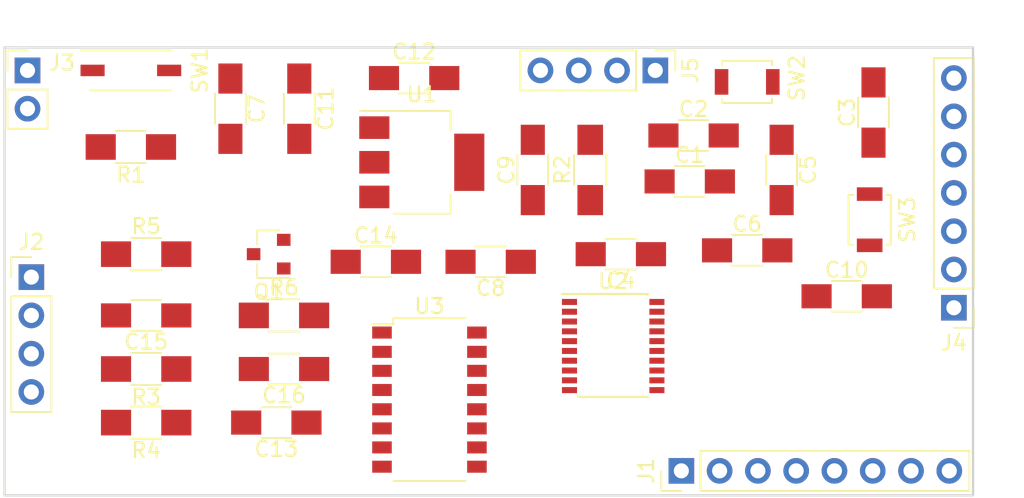
<source format=kicad_pcb>
(kicad_pcb (version 4) (host pcbnew 4.0.7)

  (general
    (links 86)
    (no_connects 86)
    (area 60.630999 42.596999 125.043001 72.465001)
    (thickness 1.6)
    (drawings 5)
    (tracks 0)
    (zones 0)
    (modules 34)
    (nets 31)
  )

  (page A4)
  (layers
    (0 F.Cu signal)
    (31 B.Cu signal)
    (32 B.Adhes user)
    (33 F.Adhes user)
    (34 B.Paste user)
    (35 F.Paste user)
    (36 B.SilkS user)
    (37 F.SilkS user)
    (38 B.Mask user)
    (39 F.Mask user)
    (40 Dwgs.User user)
    (41 Cmts.User user)
    (42 Eco1.User user)
    (43 Eco2.User user)
    (44 Edge.Cuts user)
    (45 Margin user)
    (46 B.CrtYd user)
    (47 F.CrtYd user)
    (48 B.Fab user)
    (49 F.Fab user)
  )

  (setup
    (last_trace_width 0.25)
    (trace_clearance 0.19)
    (zone_clearance 0.124)
    (zone_45_only no)
    (trace_min 0.2)
    (segment_width 0.2)
    (edge_width 0.15)
    (via_size 0.4)
    (via_drill 0.3)
    (via_min_size 0.4)
    (via_min_drill 0.3)
    (uvia_size 0.3)
    (uvia_drill 0.1)
    (uvias_allowed no)
    (uvia_min_size 0.2)
    (uvia_min_drill 0.1)
    (pcb_text_width 0.3)
    (pcb_text_size 1.5 1.5)
    (mod_edge_width 0.15)
    (mod_text_size 1 1)
    (mod_text_width 0.15)
    (pad_size 1.524 1.524)
    (pad_drill 0.762)
    (pad_to_mask_clearance 0.2)
    (aux_axis_origin 0 0)
    (visible_elements 7FFEFFFF)
    (pcbplotparams
      (layerselection 0x00030_80000001)
      (usegerberextensions false)
      (excludeedgelayer true)
      (linewidth 0.100000)
      (plotframeref false)
      (viasonmask false)
      (mode 1)
      (useauxorigin false)
      (hpglpennumber 1)
      (hpglpenspeed 20)
      (hpglpendiameter 15)
      (hpglpenoverlay 2)
      (psnegative false)
      (psa4output false)
      (plotreference true)
      (plotvalue true)
      (plotinvisibletext false)
      (padsonsilk false)
      (subtractmaskfromsilk false)
      (outputformat 1)
      (mirror false)
      (drillshape 1)
      (scaleselection 1)
      (outputdirectory ""))
  )

  (net 0 "")
  (net 1 VDD)
  (net 2 GND)
  (net 3 NRST)
  (net 4 ON)
  (net 5 Tare)
  (net 6 INNA)
  (net 7 INPA)
  (net 8 "Net-(C15-Pad1)")
  (net 9 "Net-(C16-Pad1)")
  (net 10 D0)
  (net 11 D1)
  (net 12 D2)
  (net 13 D3)
  (net 14 D4)
  (net 15 D5)
  (net 16 UART1_TX)
  (net 17 UART1_RX)
  (net 18 5V)
  (net 19 A-)
  (net 20 A+)
  (net 21 SYS_SWDIO)
  (net 22 SYS_SWCLk)
  (net 23 I2C1_SCL)
  (net 24 I2C1_SDA)
  (net 25 "Net-(Q1-Pad1)")
  (net 26 "Net-(R1-Pad2)")
  (net 27 "Net-(R2-Pad1)")
  (net 28 "Net-(R6-Pad1)")
  (net 29 DOUT)
  (net 30 PD_SCLK)

  (net_class Default "This is the default net class."
    (clearance 0.19)
    (trace_width 0.25)
    (via_dia 0.4)
    (via_drill 0.3)
    (uvia_dia 0.3)
    (uvia_drill 0.1)
    (add_net 5V)
    (add_net A+)
    (add_net A-)
    (add_net D0)
    (add_net D1)
    (add_net D2)
    (add_net D3)
    (add_net D4)
    (add_net D5)
    (add_net DOUT)
    (add_net GND)
    (add_net I2C1_SCL)
    (add_net I2C1_SDA)
    (add_net INNA)
    (add_net INPA)
    (add_net NRST)
    (add_net "Net-(C15-Pad1)")
    (add_net "Net-(C16-Pad1)")
    (add_net "Net-(Q1-Pad1)")
    (add_net "Net-(R1-Pad2)")
    (add_net "Net-(R2-Pad1)")
    (add_net "Net-(R6-Pad1)")
    (add_net ON)
    (add_net PD_SCLK)
    (add_net SYS_SWCLk)
    (add_net SYS_SWDIO)
    (add_net Tare)
    (add_net UART1_RX)
    (add_net UART1_TX)
    (add_net VDD)
  )

  (module Capacitors_SMD:C_1206_HandSoldering (layer F.Cu) (tedit 58AA84D1) (tstamp 5B3D2C72)
    (at 106.172 51.562)
    (descr "Capacitor SMD 1206, hand soldering")
    (tags "capacitor 1206")
    (path /5AF438D4)
    (attr smd)
    (fp_text reference C1 (at 0 -1.75) (layer F.SilkS)
      (effects (font (size 1 1) (thickness 0.15)))
    )
    (fp_text value 100nF (at 0 2) (layer F.Fab)
      (effects (font (size 1 1) (thickness 0.15)))
    )
    (fp_text user %R (at 0 -1.75) (layer F.Fab)
      (effects (font (size 1 1) (thickness 0.15)))
    )
    (fp_line (start -1.6 0.8) (end -1.6 -0.8) (layer F.Fab) (width 0.1))
    (fp_line (start 1.6 0.8) (end -1.6 0.8) (layer F.Fab) (width 0.1))
    (fp_line (start 1.6 -0.8) (end 1.6 0.8) (layer F.Fab) (width 0.1))
    (fp_line (start -1.6 -0.8) (end 1.6 -0.8) (layer F.Fab) (width 0.1))
    (fp_line (start 1 -1.02) (end -1 -1.02) (layer F.SilkS) (width 0.12))
    (fp_line (start -1 1.02) (end 1 1.02) (layer F.SilkS) (width 0.12))
    (fp_line (start -3.25 -1.05) (end 3.25 -1.05) (layer F.CrtYd) (width 0.05))
    (fp_line (start -3.25 -1.05) (end -3.25 1.05) (layer F.CrtYd) (width 0.05))
    (fp_line (start 3.25 1.05) (end 3.25 -1.05) (layer F.CrtYd) (width 0.05))
    (fp_line (start 3.25 1.05) (end -3.25 1.05) (layer F.CrtYd) (width 0.05))
    (pad 1 smd rect (at -2 0) (size 2 1.6) (layers F.Cu F.Paste F.Mask)
      (net 1 VDD))
    (pad 2 smd rect (at 2 0) (size 2 1.6) (layers F.Cu F.Paste F.Mask)
      (net 2 GND))
    (model Capacitors_SMD.3dshapes/C_1206.wrl
      (at (xyz 0 0 0))
      (scale (xyz 1 1 1))
      (rotate (xyz 0 0 0))
    )
  )

  (module Capacitors_SMD:C_1206_HandSoldering (layer F.Cu) (tedit 58AA84D1) (tstamp 5B3D2C78)
    (at 106.426 48.514)
    (descr "Capacitor SMD 1206, hand soldering")
    (tags "capacitor 1206")
    (path /5AF43BC7)
    (attr smd)
    (fp_text reference C2 (at 0 -1.75) (layer F.SilkS)
      (effects (font (size 1 1) (thickness 0.15)))
    )
    (fp_text value 100nF (at 0 2) (layer F.Fab)
      (effects (font (size 1 1) (thickness 0.15)))
    )
    (fp_text user %R (at 0 -1.75) (layer F.Fab)
      (effects (font (size 1 1) (thickness 0.15)))
    )
    (fp_line (start -1.6 0.8) (end -1.6 -0.8) (layer F.Fab) (width 0.1))
    (fp_line (start 1.6 0.8) (end -1.6 0.8) (layer F.Fab) (width 0.1))
    (fp_line (start 1.6 -0.8) (end 1.6 0.8) (layer F.Fab) (width 0.1))
    (fp_line (start -1.6 -0.8) (end 1.6 -0.8) (layer F.Fab) (width 0.1))
    (fp_line (start 1 -1.02) (end -1 -1.02) (layer F.SilkS) (width 0.12))
    (fp_line (start -1 1.02) (end 1 1.02) (layer F.SilkS) (width 0.12))
    (fp_line (start -3.25 -1.05) (end 3.25 -1.05) (layer F.CrtYd) (width 0.05))
    (fp_line (start -3.25 -1.05) (end -3.25 1.05) (layer F.CrtYd) (width 0.05))
    (fp_line (start 3.25 1.05) (end 3.25 -1.05) (layer F.CrtYd) (width 0.05))
    (fp_line (start 3.25 1.05) (end -3.25 1.05) (layer F.CrtYd) (width 0.05))
    (pad 1 smd rect (at -2 0) (size 2 1.6) (layers F.Cu F.Paste F.Mask)
      (net 1 VDD))
    (pad 2 smd rect (at 2 0) (size 2 1.6) (layers F.Cu F.Paste F.Mask)
      (net 2 GND))
    (model Capacitors_SMD.3dshapes/C_1206.wrl
      (at (xyz 0 0 0))
      (scale (xyz 1 1 1))
      (rotate (xyz 0 0 0))
    )
  )

  (module Capacitors_SMD:C_1206_HandSoldering (layer F.Cu) (tedit 58AA84D1) (tstamp 5B3D2C7E)
    (at 118.364 46.99 90)
    (descr "Capacitor SMD 1206, hand soldering")
    (tags "capacitor 1206")
    (path /5AF49A25)
    (attr smd)
    (fp_text reference C3 (at 0 -1.75 90) (layer F.SilkS)
      (effects (font (size 1 1) (thickness 0.15)))
    )
    (fp_text value 100nF (at 0 2 90) (layer F.Fab)
      (effects (font (size 1 1) (thickness 0.15)))
    )
    (fp_text user %R (at 0 -1.75 90) (layer F.Fab)
      (effects (font (size 1 1) (thickness 0.15)))
    )
    (fp_line (start -1.6 0.8) (end -1.6 -0.8) (layer F.Fab) (width 0.1))
    (fp_line (start 1.6 0.8) (end -1.6 0.8) (layer F.Fab) (width 0.1))
    (fp_line (start 1.6 -0.8) (end 1.6 0.8) (layer F.Fab) (width 0.1))
    (fp_line (start -1.6 -0.8) (end 1.6 -0.8) (layer F.Fab) (width 0.1))
    (fp_line (start 1 -1.02) (end -1 -1.02) (layer F.SilkS) (width 0.12))
    (fp_line (start -1 1.02) (end 1 1.02) (layer F.SilkS) (width 0.12))
    (fp_line (start -3.25 -1.05) (end 3.25 -1.05) (layer F.CrtYd) (width 0.05))
    (fp_line (start -3.25 -1.05) (end -3.25 1.05) (layer F.CrtYd) (width 0.05))
    (fp_line (start 3.25 1.05) (end 3.25 -1.05) (layer F.CrtYd) (width 0.05))
    (fp_line (start 3.25 1.05) (end -3.25 1.05) (layer F.CrtYd) (width 0.05))
    (pad 1 smd rect (at -2 0 90) (size 2 1.6) (layers F.Cu F.Paste F.Mask)
      (net 2 GND))
    (pad 2 smd rect (at 2 0 90) (size 2 1.6) (layers F.Cu F.Paste F.Mask)
      (net 3 NRST))
    (model Capacitors_SMD.3dshapes/C_1206.wrl
      (at (xyz 0 0 0))
      (scale (xyz 1 1 1))
      (rotate (xyz 0 0 0))
    )
  )

  (module Capacitors_SMD:C_1206_HandSoldering (layer F.Cu) (tedit 58AA84D1) (tstamp 5B3D2C84)
    (at 101.6 56.388 180)
    (descr "Capacitor SMD 1206, hand soldering")
    (tags "capacitor 1206")
    (path /5AF43DBA)
    (attr smd)
    (fp_text reference C4 (at 0 -1.75 180) (layer F.SilkS)
      (effects (font (size 1 1) (thickness 0.15)))
    )
    (fp_text value 100nF (at 0 2 180) (layer F.Fab)
      (effects (font (size 1 1) (thickness 0.15)))
    )
    (fp_text user %R (at 0 -1.75 180) (layer F.Fab)
      (effects (font (size 1 1) (thickness 0.15)))
    )
    (fp_line (start -1.6 0.8) (end -1.6 -0.8) (layer F.Fab) (width 0.1))
    (fp_line (start 1.6 0.8) (end -1.6 0.8) (layer F.Fab) (width 0.1))
    (fp_line (start 1.6 -0.8) (end 1.6 0.8) (layer F.Fab) (width 0.1))
    (fp_line (start -1.6 -0.8) (end 1.6 -0.8) (layer F.Fab) (width 0.1))
    (fp_line (start 1 -1.02) (end -1 -1.02) (layer F.SilkS) (width 0.12))
    (fp_line (start -1 1.02) (end 1 1.02) (layer F.SilkS) (width 0.12))
    (fp_line (start -3.25 -1.05) (end 3.25 -1.05) (layer F.CrtYd) (width 0.05))
    (fp_line (start -3.25 -1.05) (end -3.25 1.05) (layer F.CrtYd) (width 0.05))
    (fp_line (start 3.25 1.05) (end 3.25 -1.05) (layer F.CrtYd) (width 0.05))
    (fp_line (start 3.25 1.05) (end -3.25 1.05) (layer F.CrtYd) (width 0.05))
    (pad 1 smd rect (at -2 0 180) (size 2 1.6) (layers F.Cu F.Paste F.Mask)
      (net 1 VDD))
    (pad 2 smd rect (at 2 0 180) (size 2 1.6) (layers F.Cu F.Paste F.Mask)
      (net 2 GND))
    (model Capacitors_SMD.3dshapes/C_1206.wrl
      (at (xyz 0 0 0))
      (scale (xyz 1 1 1))
      (rotate (xyz 0 0 0))
    )
  )

  (module Capacitors_SMD:C_1206_HandSoldering (layer F.Cu) (tedit 58AA84D1) (tstamp 5B3D2C8A)
    (at 112.268 50.8 270)
    (descr "Capacitor SMD 1206, hand soldering")
    (tags "capacitor 1206")
    (path /5AF43E20)
    (attr smd)
    (fp_text reference C5 (at 0 -1.75 270) (layer F.SilkS)
      (effects (font (size 1 1) (thickness 0.15)))
    )
    (fp_text value 100nF (at 0 2 270) (layer F.Fab)
      (effects (font (size 1 1) (thickness 0.15)))
    )
    (fp_text user %R (at 0 -1.75 270) (layer F.Fab)
      (effects (font (size 1 1) (thickness 0.15)))
    )
    (fp_line (start -1.6 0.8) (end -1.6 -0.8) (layer F.Fab) (width 0.1))
    (fp_line (start 1.6 0.8) (end -1.6 0.8) (layer F.Fab) (width 0.1))
    (fp_line (start 1.6 -0.8) (end 1.6 0.8) (layer F.Fab) (width 0.1))
    (fp_line (start -1.6 -0.8) (end 1.6 -0.8) (layer F.Fab) (width 0.1))
    (fp_line (start 1 -1.02) (end -1 -1.02) (layer F.SilkS) (width 0.12))
    (fp_line (start -1 1.02) (end 1 1.02) (layer F.SilkS) (width 0.12))
    (fp_line (start -3.25 -1.05) (end 3.25 -1.05) (layer F.CrtYd) (width 0.05))
    (fp_line (start -3.25 -1.05) (end -3.25 1.05) (layer F.CrtYd) (width 0.05))
    (fp_line (start 3.25 1.05) (end 3.25 -1.05) (layer F.CrtYd) (width 0.05))
    (fp_line (start 3.25 1.05) (end -3.25 1.05) (layer F.CrtYd) (width 0.05))
    (pad 1 smd rect (at -2 0 270) (size 2 1.6) (layers F.Cu F.Paste F.Mask)
      (net 1 VDD))
    (pad 2 smd rect (at 2 0 270) (size 2 1.6) (layers F.Cu F.Paste F.Mask)
      (net 2 GND))
    (model Capacitors_SMD.3dshapes/C_1206.wrl
      (at (xyz 0 0 0))
      (scale (xyz 1 1 1))
      (rotate (xyz 0 0 0))
    )
  )

  (module Capacitors_SMD:C_1206_HandSoldering (layer F.Cu) (tedit 58AA84D1) (tstamp 5B3D2C90)
    (at 109.982 56.134)
    (descr "Capacitor SMD 1206, hand soldering")
    (tags "capacitor 1206")
    (path /5AF458A1)
    (attr smd)
    (fp_text reference C6 (at 0 -1.75) (layer F.SilkS)
      (effects (font (size 1 1) (thickness 0.15)))
    )
    (fp_text value 4.7uF (at 0 2) (layer F.Fab)
      (effects (font (size 1 1) (thickness 0.15)))
    )
    (fp_text user %R (at 0 -1.75) (layer F.Fab)
      (effects (font (size 1 1) (thickness 0.15)))
    )
    (fp_line (start -1.6 0.8) (end -1.6 -0.8) (layer F.Fab) (width 0.1))
    (fp_line (start 1.6 0.8) (end -1.6 0.8) (layer F.Fab) (width 0.1))
    (fp_line (start 1.6 -0.8) (end 1.6 0.8) (layer F.Fab) (width 0.1))
    (fp_line (start -1.6 -0.8) (end 1.6 -0.8) (layer F.Fab) (width 0.1))
    (fp_line (start 1 -1.02) (end -1 -1.02) (layer F.SilkS) (width 0.12))
    (fp_line (start -1 1.02) (end 1 1.02) (layer F.SilkS) (width 0.12))
    (fp_line (start -3.25 -1.05) (end 3.25 -1.05) (layer F.CrtYd) (width 0.05))
    (fp_line (start -3.25 -1.05) (end -3.25 1.05) (layer F.CrtYd) (width 0.05))
    (fp_line (start 3.25 1.05) (end 3.25 -1.05) (layer F.CrtYd) (width 0.05))
    (fp_line (start 3.25 1.05) (end -3.25 1.05) (layer F.CrtYd) (width 0.05))
    (pad 1 smd rect (at -2 0) (size 2 1.6) (layers F.Cu F.Paste F.Mask)
      (net 1 VDD))
    (pad 2 smd rect (at 2 0) (size 2 1.6) (layers F.Cu F.Paste F.Mask)
      (net 2 GND))
    (model Capacitors_SMD.3dshapes/C_1206.wrl
      (at (xyz 0 0 0))
      (scale (xyz 1 1 1))
      (rotate (xyz 0 0 0))
    )
  )

  (module Capacitors_SMD:C_1206_HandSoldering (layer F.Cu) (tedit 58AA84D1) (tstamp 5B3D2C96)
    (at 75.692 46.736 270)
    (descr "Capacitor SMD 1206, hand soldering")
    (tags "capacitor 1206")
    (path /5B3C97D4)
    (attr smd)
    (fp_text reference C7 (at 0 -1.75 270) (layer F.SilkS)
      (effects (font (size 1 1) (thickness 0.15)))
    )
    (fp_text value 1000uF (at 0 2 270) (layer F.Fab)
      (effects (font (size 1 1) (thickness 0.15)))
    )
    (fp_text user %R (at 0 -1.75 270) (layer F.Fab)
      (effects (font (size 1 1) (thickness 0.15)))
    )
    (fp_line (start -1.6 0.8) (end -1.6 -0.8) (layer F.Fab) (width 0.1))
    (fp_line (start 1.6 0.8) (end -1.6 0.8) (layer F.Fab) (width 0.1))
    (fp_line (start 1.6 -0.8) (end 1.6 0.8) (layer F.Fab) (width 0.1))
    (fp_line (start -1.6 -0.8) (end 1.6 -0.8) (layer F.Fab) (width 0.1))
    (fp_line (start 1 -1.02) (end -1 -1.02) (layer F.SilkS) (width 0.12))
    (fp_line (start -1 1.02) (end 1 1.02) (layer F.SilkS) (width 0.12))
    (fp_line (start -3.25 -1.05) (end 3.25 -1.05) (layer F.CrtYd) (width 0.05))
    (fp_line (start -3.25 -1.05) (end -3.25 1.05) (layer F.CrtYd) (width 0.05))
    (fp_line (start 3.25 1.05) (end 3.25 -1.05) (layer F.CrtYd) (width 0.05))
    (fp_line (start 3.25 1.05) (end -3.25 1.05) (layer F.CrtYd) (width 0.05))
    (pad 1 smd rect (at -2 0 270) (size 2 1.6) (layers F.Cu F.Paste F.Mask)
      (net 4 ON))
    (pad 2 smd rect (at 2 0 270) (size 2 1.6) (layers F.Cu F.Paste F.Mask)
      (net 2 GND))
    (model Capacitors_SMD.3dshapes/C_1206.wrl
      (at (xyz 0 0 0))
      (scale (xyz 1 1 1))
      (rotate (xyz 0 0 0))
    )
  )

  (module Capacitors_SMD:C_1206_HandSoldering (layer F.Cu) (tedit 58AA84D1) (tstamp 5B3D2C9C)
    (at 92.964 56.896 180)
    (descr "Capacitor SMD 1206, hand soldering")
    (tags "capacitor 1206")
    (path /5AF45CE5)
    (attr smd)
    (fp_text reference C8 (at 0 -1.75 180) (layer F.SilkS)
      (effects (font (size 1 1) (thickness 0.15)))
    )
    (fp_text value 1uF (at 0 2 180) (layer F.Fab)
      (effects (font (size 1 1) (thickness 0.15)))
    )
    (fp_text user %R (at 0 -1.75 180) (layer F.Fab)
      (effects (font (size 1 1) (thickness 0.15)))
    )
    (fp_line (start -1.6 0.8) (end -1.6 -0.8) (layer F.Fab) (width 0.1))
    (fp_line (start 1.6 0.8) (end -1.6 0.8) (layer F.Fab) (width 0.1))
    (fp_line (start 1.6 -0.8) (end 1.6 0.8) (layer F.Fab) (width 0.1))
    (fp_line (start -1.6 -0.8) (end 1.6 -0.8) (layer F.Fab) (width 0.1))
    (fp_line (start 1 -1.02) (end -1 -1.02) (layer F.SilkS) (width 0.12))
    (fp_line (start -1 1.02) (end 1 1.02) (layer F.SilkS) (width 0.12))
    (fp_line (start -3.25 -1.05) (end 3.25 -1.05) (layer F.CrtYd) (width 0.05))
    (fp_line (start -3.25 -1.05) (end -3.25 1.05) (layer F.CrtYd) (width 0.05))
    (fp_line (start 3.25 1.05) (end 3.25 -1.05) (layer F.CrtYd) (width 0.05))
    (fp_line (start 3.25 1.05) (end -3.25 1.05) (layer F.CrtYd) (width 0.05))
    (pad 1 smd rect (at -2 0 180) (size 2 1.6) (layers F.Cu F.Paste F.Mask)
      (net 1 VDD))
    (pad 2 smd rect (at 2 0 180) (size 2 1.6) (layers F.Cu F.Paste F.Mask)
      (net 2 GND))
    (model Capacitors_SMD.3dshapes/C_1206.wrl
      (at (xyz 0 0 0))
      (scale (xyz 1 1 1))
      (rotate (xyz 0 0 0))
    )
  )

  (module Capacitors_SMD:C_1206_HandSoldering (layer F.Cu) (tedit 58AA84D1) (tstamp 5B3D2CA2)
    (at 95.758 50.8 90)
    (descr "Capacitor SMD 1206, hand soldering")
    (tags "capacitor 1206")
    (path /5AF45C03)
    (attr smd)
    (fp_text reference C9 (at 0 -1.75 90) (layer F.SilkS)
      (effects (font (size 1 1) (thickness 0.15)))
    )
    (fp_text value 10nF (at 0 2 90) (layer F.Fab)
      (effects (font (size 1 1) (thickness 0.15)))
    )
    (fp_text user %R (at 0 -1.75 90) (layer F.Fab)
      (effects (font (size 1 1) (thickness 0.15)))
    )
    (fp_line (start -1.6 0.8) (end -1.6 -0.8) (layer F.Fab) (width 0.1))
    (fp_line (start 1.6 0.8) (end -1.6 0.8) (layer F.Fab) (width 0.1))
    (fp_line (start 1.6 -0.8) (end 1.6 0.8) (layer F.Fab) (width 0.1))
    (fp_line (start -1.6 -0.8) (end 1.6 -0.8) (layer F.Fab) (width 0.1))
    (fp_line (start 1 -1.02) (end -1 -1.02) (layer F.SilkS) (width 0.12))
    (fp_line (start -1 1.02) (end 1 1.02) (layer F.SilkS) (width 0.12))
    (fp_line (start -3.25 -1.05) (end 3.25 -1.05) (layer F.CrtYd) (width 0.05))
    (fp_line (start -3.25 -1.05) (end -3.25 1.05) (layer F.CrtYd) (width 0.05))
    (fp_line (start 3.25 1.05) (end 3.25 -1.05) (layer F.CrtYd) (width 0.05))
    (fp_line (start 3.25 1.05) (end -3.25 1.05) (layer F.CrtYd) (width 0.05))
    (pad 1 smd rect (at -2 0 90) (size 2 1.6) (layers F.Cu F.Paste F.Mask)
      (net 1 VDD))
    (pad 2 smd rect (at 2 0 90) (size 2 1.6) (layers F.Cu F.Paste F.Mask)
      (net 2 GND))
    (model Capacitors_SMD.3dshapes/C_1206.wrl
      (at (xyz 0 0 0))
      (scale (xyz 1 1 1))
      (rotate (xyz 0 0 0))
    )
  )

  (module Capacitors_SMD:C_1206_HandSoldering (layer F.Cu) (tedit 58AA84D1) (tstamp 5B3D2CA8)
    (at 116.586 59.182)
    (descr "Capacitor SMD 1206, hand soldering")
    (tags "capacitor 1206")
    (path /5B3CBFDC)
    (attr smd)
    (fp_text reference C10 (at 0 -1.75) (layer F.SilkS)
      (effects (font (size 1 1) (thickness 0.15)))
    )
    (fp_text value 100nF (at 0 2) (layer F.Fab)
      (effects (font (size 1 1) (thickness 0.15)))
    )
    (fp_text user %R (at 0 -1.75) (layer F.Fab)
      (effects (font (size 1 1) (thickness 0.15)))
    )
    (fp_line (start -1.6 0.8) (end -1.6 -0.8) (layer F.Fab) (width 0.1))
    (fp_line (start 1.6 0.8) (end -1.6 0.8) (layer F.Fab) (width 0.1))
    (fp_line (start 1.6 -0.8) (end 1.6 0.8) (layer F.Fab) (width 0.1))
    (fp_line (start -1.6 -0.8) (end 1.6 -0.8) (layer F.Fab) (width 0.1))
    (fp_line (start 1 -1.02) (end -1 -1.02) (layer F.SilkS) (width 0.12))
    (fp_line (start -1 1.02) (end 1 1.02) (layer F.SilkS) (width 0.12))
    (fp_line (start -3.25 -1.05) (end 3.25 -1.05) (layer F.CrtYd) (width 0.05))
    (fp_line (start -3.25 -1.05) (end -3.25 1.05) (layer F.CrtYd) (width 0.05))
    (fp_line (start 3.25 1.05) (end 3.25 -1.05) (layer F.CrtYd) (width 0.05))
    (fp_line (start 3.25 1.05) (end -3.25 1.05) (layer F.CrtYd) (width 0.05))
    (pad 1 smd rect (at -2 0) (size 2 1.6) (layers F.Cu F.Paste F.Mask)
      (net 2 GND))
    (pad 2 smd rect (at 2 0) (size 2 1.6) (layers F.Cu F.Paste F.Mask)
      (net 5 Tare))
    (model Capacitors_SMD.3dshapes/C_1206.wrl
      (at (xyz 0 0 0))
      (scale (xyz 1 1 1))
      (rotate (xyz 0 0 0))
    )
  )

  (module Capacitors_SMD:C_1206_HandSoldering (layer F.Cu) (tedit 58AA84D1) (tstamp 5B3D2CAE)
    (at 80.264 46.736 270)
    (descr "Capacitor SMD 1206, hand soldering")
    (tags "capacitor 1206")
    (path /5AF3FDAE)
    (attr smd)
    (fp_text reference C11 (at 0 -1.75 270) (layer F.SilkS)
      (effects (font (size 1 1) (thickness 0.15)))
    )
    (fp_text value 100nF (at 0 2 270) (layer F.Fab)
      (effects (font (size 1 1) (thickness 0.15)))
    )
    (fp_text user %R (at 0 -1.75 270) (layer F.Fab)
      (effects (font (size 1 1) (thickness 0.15)))
    )
    (fp_line (start -1.6 0.8) (end -1.6 -0.8) (layer F.Fab) (width 0.1))
    (fp_line (start 1.6 0.8) (end -1.6 0.8) (layer F.Fab) (width 0.1))
    (fp_line (start 1.6 -0.8) (end 1.6 0.8) (layer F.Fab) (width 0.1))
    (fp_line (start -1.6 -0.8) (end 1.6 -0.8) (layer F.Fab) (width 0.1))
    (fp_line (start 1 -1.02) (end -1 -1.02) (layer F.SilkS) (width 0.12))
    (fp_line (start -1 1.02) (end 1 1.02) (layer F.SilkS) (width 0.12))
    (fp_line (start -3.25 -1.05) (end 3.25 -1.05) (layer F.CrtYd) (width 0.05))
    (fp_line (start -3.25 -1.05) (end -3.25 1.05) (layer F.CrtYd) (width 0.05))
    (fp_line (start 3.25 1.05) (end 3.25 -1.05) (layer F.CrtYd) (width 0.05))
    (fp_line (start 3.25 1.05) (end -3.25 1.05) (layer F.CrtYd) (width 0.05))
    (pad 1 smd rect (at -2 0 270) (size 2 1.6) (layers F.Cu F.Paste F.Mask)
      (net 4 ON))
    (pad 2 smd rect (at 2 0 270) (size 2 1.6) (layers F.Cu F.Paste F.Mask)
      (net 2 GND))
    (model Capacitors_SMD.3dshapes/C_1206.wrl
      (at (xyz 0 0 0))
      (scale (xyz 1 1 1))
      (rotate (xyz 0 0 0))
    )
  )

  (module Capacitors_SMD:C_1206_HandSoldering (layer F.Cu) (tedit 58AA84D1) (tstamp 5B3D2CB4)
    (at 87.884 44.704)
    (descr "Capacitor SMD 1206, hand soldering")
    (tags "capacitor 1206")
    (path /5AF3FDF3)
    (attr smd)
    (fp_text reference C12 (at 0 -1.75) (layer F.SilkS)
      (effects (font (size 1 1) (thickness 0.15)))
    )
    (fp_text value 10uF (at 0 2) (layer F.Fab)
      (effects (font (size 1 1) (thickness 0.15)))
    )
    (fp_text user %R (at 0 -1.75) (layer F.Fab)
      (effects (font (size 1 1) (thickness 0.15)))
    )
    (fp_line (start -1.6 0.8) (end -1.6 -0.8) (layer F.Fab) (width 0.1))
    (fp_line (start 1.6 0.8) (end -1.6 0.8) (layer F.Fab) (width 0.1))
    (fp_line (start 1.6 -0.8) (end 1.6 0.8) (layer F.Fab) (width 0.1))
    (fp_line (start -1.6 -0.8) (end 1.6 -0.8) (layer F.Fab) (width 0.1))
    (fp_line (start 1 -1.02) (end -1 -1.02) (layer F.SilkS) (width 0.12))
    (fp_line (start -1 1.02) (end 1 1.02) (layer F.SilkS) (width 0.12))
    (fp_line (start -3.25 -1.05) (end 3.25 -1.05) (layer F.CrtYd) (width 0.05))
    (fp_line (start -3.25 -1.05) (end -3.25 1.05) (layer F.CrtYd) (width 0.05))
    (fp_line (start 3.25 1.05) (end 3.25 -1.05) (layer F.CrtYd) (width 0.05))
    (fp_line (start 3.25 1.05) (end -3.25 1.05) (layer F.CrtYd) (width 0.05))
    (pad 1 smd rect (at -2 0) (size 2 1.6) (layers F.Cu F.Paste F.Mask)
      (net 1 VDD))
    (pad 2 smd rect (at 2 0) (size 2 1.6) (layers F.Cu F.Paste F.Mask)
      (net 2 GND))
    (model Capacitors_SMD.3dshapes/C_1206.wrl
      (at (xyz 0 0 0))
      (scale (xyz 1 1 1))
      (rotate (xyz 0 0 0))
    )
  )

  (module Capacitors_SMD:C_1206_HandSoldering (layer F.Cu) (tedit 58AA84D1) (tstamp 5B3D2CBA)
    (at 78.74 67.564 180)
    (descr "Capacitor SMD 1206, hand soldering")
    (tags "capacitor 1206")
    (path /5AF43392)
    (attr smd)
    (fp_text reference C13 (at 0 -1.75 180) (layer F.SilkS)
      (effects (font (size 1 1) (thickness 0.15)))
    )
    (fp_text value 0.1uF (at 0 2 180) (layer F.Fab)
      (effects (font (size 1 1) (thickness 0.15)))
    )
    (fp_text user %R (at 0 -1.75 180) (layer F.Fab)
      (effects (font (size 1 1) (thickness 0.15)))
    )
    (fp_line (start -1.6 0.8) (end -1.6 -0.8) (layer F.Fab) (width 0.1))
    (fp_line (start 1.6 0.8) (end -1.6 0.8) (layer F.Fab) (width 0.1))
    (fp_line (start 1.6 -0.8) (end 1.6 0.8) (layer F.Fab) (width 0.1))
    (fp_line (start -1.6 -0.8) (end 1.6 -0.8) (layer F.Fab) (width 0.1))
    (fp_line (start 1 -1.02) (end -1 -1.02) (layer F.SilkS) (width 0.12))
    (fp_line (start -1 1.02) (end 1 1.02) (layer F.SilkS) (width 0.12))
    (fp_line (start -3.25 -1.05) (end 3.25 -1.05) (layer F.CrtYd) (width 0.05))
    (fp_line (start -3.25 -1.05) (end -3.25 1.05) (layer F.CrtYd) (width 0.05))
    (fp_line (start 3.25 1.05) (end 3.25 -1.05) (layer F.CrtYd) (width 0.05))
    (fp_line (start 3.25 1.05) (end -3.25 1.05) (layer F.CrtYd) (width 0.05))
    (pad 1 smd rect (at -2 0 180) (size 2 1.6) (layers F.Cu F.Paste F.Mask)
      (net 6 INNA))
    (pad 2 smd rect (at 2 0 180) (size 2 1.6) (layers F.Cu F.Paste F.Mask)
      (net 7 INPA))
    (model Capacitors_SMD.3dshapes/C_1206.wrl
      (at (xyz 0 0 0))
      (scale (xyz 1 1 1))
      (rotate (xyz 0 0 0))
    )
  )

  (module Capacitors_SMD:C_1206_HandSoldering (layer F.Cu) (tedit 58AA84D1) (tstamp 5B3D2CC0)
    (at 85.344 56.896)
    (descr "Capacitor SMD 1206, hand soldering")
    (tags "capacitor 1206")
    (path /5AF40846)
    (attr smd)
    (fp_text reference C14 (at 0 -1.75) (layer F.SilkS)
      (effects (font (size 1 1) (thickness 0.15)))
    )
    (fp_text value 10uF (at 0 2) (layer F.Fab)
      (effects (font (size 1 1) (thickness 0.15)))
    )
    (fp_text user %R (at 0 -1.75) (layer F.Fab)
      (effects (font (size 1 1) (thickness 0.15)))
    )
    (fp_line (start -1.6 0.8) (end -1.6 -0.8) (layer F.Fab) (width 0.1))
    (fp_line (start 1.6 0.8) (end -1.6 0.8) (layer F.Fab) (width 0.1))
    (fp_line (start 1.6 -0.8) (end 1.6 0.8) (layer F.Fab) (width 0.1))
    (fp_line (start -1.6 -0.8) (end 1.6 -0.8) (layer F.Fab) (width 0.1))
    (fp_line (start 1 -1.02) (end -1 -1.02) (layer F.SilkS) (width 0.12))
    (fp_line (start -1 1.02) (end 1 1.02) (layer F.SilkS) (width 0.12))
    (fp_line (start -3.25 -1.05) (end 3.25 -1.05) (layer F.CrtYd) (width 0.05))
    (fp_line (start -3.25 -1.05) (end -3.25 1.05) (layer F.CrtYd) (width 0.05))
    (fp_line (start 3.25 1.05) (end 3.25 -1.05) (layer F.CrtYd) (width 0.05))
    (fp_line (start 3.25 1.05) (end -3.25 1.05) (layer F.CrtYd) (width 0.05))
    (pad 1 smd rect (at -2 0) (size 2 1.6) (layers F.Cu F.Paste F.Mask)
      (net 1 VDD))
    (pad 2 smd rect (at 2 0) (size 2 1.6) (layers F.Cu F.Paste F.Mask)
      (net 2 GND))
    (model Capacitors_SMD.3dshapes/C_1206.wrl
      (at (xyz 0 0 0))
      (scale (xyz 1 1 1))
      (rotate (xyz 0 0 0))
    )
  )

  (module Capacitors_SMD:C_1206_HandSoldering (layer F.Cu) (tedit 58AA84D1) (tstamp 5B3D2CC6)
    (at 70.104 60.452 180)
    (descr "Capacitor SMD 1206, hand soldering")
    (tags "capacitor 1206")
    (path /5AF4152C)
    (attr smd)
    (fp_text reference C15 (at 0 -1.75 180) (layer F.SilkS)
      (effects (font (size 1 1) (thickness 0.15)))
    )
    (fp_text value 10uF (at 0 2 180) (layer F.Fab)
      (effects (font (size 1 1) (thickness 0.15)))
    )
    (fp_text user %R (at 0 -1.75 180) (layer F.Fab)
      (effects (font (size 1 1) (thickness 0.15)))
    )
    (fp_line (start -1.6 0.8) (end -1.6 -0.8) (layer F.Fab) (width 0.1))
    (fp_line (start 1.6 0.8) (end -1.6 0.8) (layer F.Fab) (width 0.1))
    (fp_line (start 1.6 -0.8) (end 1.6 0.8) (layer F.Fab) (width 0.1))
    (fp_line (start -1.6 -0.8) (end 1.6 -0.8) (layer F.Fab) (width 0.1))
    (fp_line (start 1 -1.02) (end -1 -1.02) (layer F.SilkS) (width 0.12))
    (fp_line (start -1 1.02) (end 1 1.02) (layer F.SilkS) (width 0.12))
    (fp_line (start -3.25 -1.05) (end 3.25 -1.05) (layer F.CrtYd) (width 0.05))
    (fp_line (start -3.25 -1.05) (end -3.25 1.05) (layer F.CrtYd) (width 0.05))
    (fp_line (start 3.25 1.05) (end 3.25 -1.05) (layer F.CrtYd) (width 0.05))
    (fp_line (start 3.25 1.05) (end -3.25 1.05) (layer F.CrtYd) (width 0.05))
    (pad 1 smd rect (at -2 0 180) (size 2 1.6) (layers F.Cu F.Paste F.Mask)
      (net 8 "Net-(C15-Pad1)"))
    (pad 2 smd rect (at 2 0 180) (size 2 1.6) (layers F.Cu F.Paste F.Mask)
      (net 2 GND))
    (model Capacitors_SMD.3dshapes/C_1206.wrl
      (at (xyz 0 0 0))
      (scale (xyz 1 1 1))
      (rotate (xyz 0 0 0))
    )
  )

  (module Capacitors_SMD:C_1206_HandSoldering (layer F.Cu) (tedit 58AA84D1) (tstamp 5B3D2CCC)
    (at 79.248 64.008 180)
    (descr "Capacitor SMD 1206, hand soldering")
    (tags "capacitor 1206")
    (path /5AF429EC)
    (attr smd)
    (fp_text reference C16 (at 0 -1.75 180) (layer F.SilkS)
      (effects (font (size 1 1) (thickness 0.15)))
    )
    (fp_text value 0.1uF (at 0 2 180) (layer F.Fab)
      (effects (font (size 1 1) (thickness 0.15)))
    )
    (fp_text user %R (at 0 -1.75 180) (layer F.Fab)
      (effects (font (size 1 1) (thickness 0.15)))
    )
    (fp_line (start -1.6 0.8) (end -1.6 -0.8) (layer F.Fab) (width 0.1))
    (fp_line (start 1.6 0.8) (end -1.6 0.8) (layer F.Fab) (width 0.1))
    (fp_line (start 1.6 -0.8) (end 1.6 0.8) (layer F.Fab) (width 0.1))
    (fp_line (start -1.6 -0.8) (end 1.6 -0.8) (layer F.Fab) (width 0.1))
    (fp_line (start 1 -1.02) (end -1 -1.02) (layer F.SilkS) (width 0.12))
    (fp_line (start -1 1.02) (end 1 1.02) (layer F.SilkS) (width 0.12))
    (fp_line (start -3.25 -1.05) (end 3.25 -1.05) (layer F.CrtYd) (width 0.05))
    (fp_line (start -3.25 -1.05) (end -3.25 1.05) (layer F.CrtYd) (width 0.05))
    (fp_line (start 3.25 1.05) (end 3.25 -1.05) (layer F.CrtYd) (width 0.05))
    (fp_line (start 3.25 1.05) (end -3.25 1.05) (layer F.CrtYd) (width 0.05))
    (pad 1 smd rect (at -2 0 180) (size 2 1.6) (layers F.Cu F.Paste F.Mask)
      (net 9 "Net-(C16-Pad1)"))
    (pad 2 smd rect (at 2 0 180) (size 2 1.6) (layers F.Cu F.Paste F.Mask)
      (net 2 GND))
    (model Capacitors_SMD.3dshapes/C_1206.wrl
      (at (xyz 0 0 0))
      (scale (xyz 1 1 1))
      (rotate (xyz 0 0 0))
    )
  )

  (module Pin_Headers:Pin_Header_Straight_1x08_Pitch2.54mm (layer F.Cu) (tedit 5B3E2EF7) (tstamp 5B3D2CD8)
    (at 105.6132 70.7644 90)
    (descr "Through hole straight pin header, 1x08, 2.54mm pitch, single row")
    (tags "Through hole pin header THT 1x08 2.54mm single row")
    (path /5B3D319F)
    (fp_text reference J1 (at 0 -2.33 90) (layer F.SilkS)
      (effects (font (size 1 1) (thickness 0.15)))
    )
    (fp_text value Conn_01x08 (at 2.794 14.224 180) (layer F.Fab)
      (effects (font (size 1 1) (thickness 0.15)))
    )
    (fp_line (start -0.635 -1.27) (end 1.27 -1.27) (layer F.Fab) (width 0.1))
    (fp_line (start 1.27 -1.27) (end 1.27 19.05) (layer F.Fab) (width 0.1))
    (fp_line (start 1.27 19.05) (end -1.27 19.05) (layer F.Fab) (width 0.1))
    (fp_line (start -1.27 19.05) (end -1.27 -0.635) (layer F.Fab) (width 0.1))
    (fp_line (start -1.27 -0.635) (end -0.635 -1.27) (layer F.Fab) (width 0.1))
    (fp_line (start -1.33 19.11) (end 1.33 19.11) (layer F.SilkS) (width 0.12))
    (fp_line (start -1.33 1.27) (end -1.33 19.11) (layer F.SilkS) (width 0.12))
    (fp_line (start 1.33 1.27) (end 1.33 19.11) (layer F.SilkS) (width 0.12))
    (fp_line (start -1.33 1.27) (end 1.33 1.27) (layer F.SilkS) (width 0.12))
    (fp_line (start -1.33 0) (end -1.33 -1.33) (layer F.SilkS) (width 0.12))
    (fp_line (start -1.33 -1.33) (end 0 -1.33) (layer F.SilkS) (width 0.12))
    (fp_line (start -1.8 -1.8) (end -1.8 19.55) (layer F.CrtYd) (width 0.05))
    (fp_line (start -1.8 19.55) (end 1.8 19.55) (layer F.CrtYd) (width 0.05))
    (fp_line (start 1.8 19.55) (end 1.8 -1.8) (layer F.CrtYd) (width 0.05))
    (fp_line (start 1.8 -1.8) (end -1.8 -1.8) (layer F.CrtYd) (width 0.05))
    (fp_text user %R (at 0 8.89 180) (layer F.Fab)
      (effects (font (size 1 1) (thickness 0.15)))
    )
    (pad 1 thru_hole rect (at 0 0 90) (size 1.7 1.7) (drill 1) (layers *.Cu *.Mask)
      (net 10 D0))
    (pad 2 thru_hole oval (at 0 2.54 90) (size 1.7 1.7) (drill 1) (layers *.Cu *.Mask)
      (net 11 D1))
    (pad 3 thru_hole oval (at 0 5.08 90) (size 1.7 1.7) (drill 1) (layers *.Cu *.Mask)
      (net 12 D2))
    (pad 4 thru_hole oval (at 0 7.62 90) (size 1.7 1.7) (drill 1) (layers *.Cu *.Mask)
      (net 13 D3))
    (pad 5 thru_hole oval (at 0 10.16 90) (size 1.7 1.7) (drill 1) (layers *.Cu *.Mask)
      (net 14 D4))
    (pad 6 thru_hole oval (at 0 12.7 90) (size 1.7 1.7) (drill 1) (layers *.Cu *.Mask)
      (net 15 D5))
    (pad 7 thru_hole oval (at 0 15.24 90) (size 1.7 1.7) (drill 1) (layers *.Cu *.Mask)
      (net 16 UART1_TX))
    (pad 8 thru_hole oval (at 0 17.78 90) (size 1.7 1.7) (drill 1) (layers *.Cu *.Mask)
      (net 17 UART1_RX))
    (model ${KISYS3DMOD}/Pin_Headers.3dshapes/Pin_Header_Straight_1x08_Pitch2.54mm.wrl
      (at (xyz 0 0 0))
      (scale (xyz 1 1 1))
      (rotate (xyz 0 0 0))
    )
  )

  (module Pin_Headers:Pin_Header_Straight_1x04_Pitch2.54mm (layer F.Cu) (tedit 5B3E2F1E) (tstamp 5B3D2CE0)
    (at 62.484 57.912)
    (descr "Through hole straight pin header, 1x04, 2.54mm pitch, single row")
    (tags "Through hole pin header THT 1x04 2.54mm single row")
    (path /5B3D183F)
    (fp_text reference J2 (at 0 -2.33) (layer F.SilkS)
      (effects (font (size 1 1) (thickness 0.15)))
    )
    (fp_text value Conn_01x04 (at 2.286 8.128 90) (layer F.Fab)
      (effects (font (size 1 1) (thickness 0.15)))
    )
    (fp_line (start -0.635 -1.27) (end 1.27 -1.27) (layer F.Fab) (width 0.1))
    (fp_line (start 1.27 -1.27) (end 1.27 8.89) (layer F.Fab) (width 0.1))
    (fp_line (start 1.27 8.89) (end -1.27 8.89) (layer F.Fab) (width 0.1))
    (fp_line (start -1.27 8.89) (end -1.27 -0.635) (layer F.Fab) (width 0.1))
    (fp_line (start -1.27 -0.635) (end -0.635 -1.27) (layer F.Fab) (width 0.1))
    (fp_line (start -1.33 8.95) (end 1.33 8.95) (layer F.SilkS) (width 0.12))
    (fp_line (start -1.33 1.27) (end -1.33 8.95) (layer F.SilkS) (width 0.12))
    (fp_line (start 1.33 1.27) (end 1.33 8.95) (layer F.SilkS) (width 0.12))
    (fp_line (start -1.33 1.27) (end 1.33 1.27) (layer F.SilkS) (width 0.12))
    (fp_line (start -1.33 0) (end -1.33 -1.33) (layer F.SilkS) (width 0.12))
    (fp_line (start -1.33 -1.33) (end 0 -1.33) (layer F.SilkS) (width 0.12))
    (fp_line (start -1.8 -1.8) (end -1.8 9.4) (layer F.CrtYd) (width 0.05))
    (fp_line (start -1.8 9.4) (end 1.8 9.4) (layer F.CrtYd) (width 0.05))
    (fp_line (start 1.8 9.4) (end 1.8 -1.8) (layer F.CrtYd) (width 0.05))
    (fp_line (start 1.8 -1.8) (end -1.8 -1.8) (layer F.CrtYd) (width 0.05))
    (fp_text user %R (at 0 3.81 90) (layer F.Fab)
      (effects (font (size 1 1) (thickness 0.15)))
    )
    (pad 1 thru_hole rect (at 0 0) (size 1.7 1.7) (drill 1) (layers *.Cu *.Mask)
      (net 18 5V))
    (pad 2 thru_hole oval (at 0 2.54) (size 1.7 1.7) (drill 1) (layers *.Cu *.Mask)
      (net 2 GND))
    (pad 3 thru_hole oval (at 0 5.08) (size 1.7 1.7) (drill 1) (layers *.Cu *.Mask)
      (net 19 A-))
    (pad 4 thru_hole oval (at 0 7.62) (size 1.7 1.7) (drill 1) (layers *.Cu *.Mask)
      (net 20 A+))
    (model ${KISYS3DMOD}/Pin_Headers.3dshapes/Pin_Header_Straight_1x04_Pitch2.54mm.wrl
      (at (xyz 0 0 0))
      (scale (xyz 1 1 1))
      (rotate (xyz 0 0 0))
    )
  )

  (module Pin_Headers:Pin_Header_Straight_1x02_Pitch2.54mm (layer F.Cu) (tedit 5B3E2F14) (tstamp 5B3D2CE6)
    (at 62.23 44.196)
    (descr "Through hole straight pin header, 1x02, 2.54mm pitch, single row")
    (tags "Through hole pin header THT 1x02 2.54mm single row")
    (path /5AF3FB25)
    (fp_text reference J3 (at 2.286 -0.508) (layer F.SilkS)
      (effects (font (size 1 1) (thickness 0.15)))
    )
    (fp_text value CONN_01X02 (at 1.778 8.636 90) (layer F.Fab)
      (effects (font (size 1 1) (thickness 0.15)))
    )
    (fp_line (start -0.635 -1.27) (end 1.27 -1.27) (layer F.Fab) (width 0.1))
    (fp_line (start 1.27 -1.27) (end 1.27 3.81) (layer F.Fab) (width 0.1))
    (fp_line (start 1.27 3.81) (end -1.27 3.81) (layer F.Fab) (width 0.1))
    (fp_line (start -1.27 3.81) (end -1.27 -0.635) (layer F.Fab) (width 0.1))
    (fp_line (start -1.27 -0.635) (end -0.635 -1.27) (layer F.Fab) (width 0.1))
    (fp_line (start -1.33 3.87) (end 1.33 3.87) (layer F.SilkS) (width 0.12))
    (fp_line (start -1.33 1.27) (end -1.33 3.87) (layer F.SilkS) (width 0.12))
    (fp_line (start 1.33 1.27) (end 1.33 3.87) (layer F.SilkS) (width 0.12))
    (fp_line (start -1.33 1.27) (end 1.33 1.27) (layer F.SilkS) (width 0.12))
    (fp_line (start -1.33 0) (end -1.33 -1.33) (layer F.SilkS) (width 0.12))
    (fp_line (start -1.33 -1.33) (end 0 -1.33) (layer F.SilkS) (width 0.12))
    (fp_line (start -1.8 -1.8) (end -1.8 4.35) (layer F.CrtYd) (width 0.05))
    (fp_line (start -1.8 4.35) (end 1.8 4.35) (layer F.CrtYd) (width 0.05))
    (fp_line (start 1.8 4.35) (end 1.8 -1.8) (layer F.CrtYd) (width 0.05))
    (fp_line (start 1.8 -1.8) (end -1.8 -1.8) (layer F.CrtYd) (width 0.05))
    (fp_text user %R (at 0 1.27 90) (layer F.Fab)
      (effects (font (size 1 1) (thickness 0.15)))
    )
    (pad 1 thru_hole rect (at 0 0) (size 1.7 1.7) (drill 1) (layers *.Cu *.Mask)
      (net 18 5V))
    (pad 2 thru_hole oval (at 0 2.54) (size 1.7 1.7) (drill 1) (layers *.Cu *.Mask)
      (net 2 GND))
    (model ${KISYS3DMOD}/Pin_Headers.3dshapes/Pin_Header_Straight_1x02_Pitch2.54mm.wrl
      (at (xyz 0 0 0))
      (scale (xyz 1 1 1))
      (rotate (xyz 0 0 0))
    )
  )

  (module Pin_Headers:Pin_Header_Straight_1x07_Pitch2.54mm (layer F.Cu) (tedit 59650532) (tstamp 5B3D2CF1)
    (at 123.698 59.944 180)
    (descr "Through hole straight pin header, 1x07, 2.54mm pitch, single row")
    (tags "Through hole pin header THT 1x07 2.54mm single row")
    (path /5B3CC29E)
    (fp_text reference J4 (at 0 -2.33 180) (layer F.SilkS)
      (effects (font (size 1 1) (thickness 0.15)))
    )
    (fp_text value Conn_01x07 (at 0 17.57 180) (layer F.Fab)
      (effects (font (size 1 1) (thickness 0.15)))
    )
    (fp_line (start -0.635 -1.27) (end 1.27 -1.27) (layer F.Fab) (width 0.1))
    (fp_line (start 1.27 -1.27) (end 1.27 16.51) (layer F.Fab) (width 0.1))
    (fp_line (start 1.27 16.51) (end -1.27 16.51) (layer F.Fab) (width 0.1))
    (fp_line (start -1.27 16.51) (end -1.27 -0.635) (layer F.Fab) (width 0.1))
    (fp_line (start -1.27 -0.635) (end -0.635 -1.27) (layer F.Fab) (width 0.1))
    (fp_line (start -1.33 16.57) (end 1.33 16.57) (layer F.SilkS) (width 0.12))
    (fp_line (start -1.33 1.27) (end -1.33 16.57) (layer F.SilkS) (width 0.12))
    (fp_line (start 1.33 1.27) (end 1.33 16.57) (layer F.SilkS) (width 0.12))
    (fp_line (start -1.33 1.27) (end 1.33 1.27) (layer F.SilkS) (width 0.12))
    (fp_line (start -1.33 0) (end -1.33 -1.33) (layer F.SilkS) (width 0.12))
    (fp_line (start -1.33 -1.33) (end 0 -1.33) (layer F.SilkS) (width 0.12))
    (fp_line (start -1.8 -1.8) (end -1.8 17.05) (layer F.CrtYd) (width 0.05))
    (fp_line (start -1.8 17.05) (end 1.8 17.05) (layer F.CrtYd) (width 0.05))
    (fp_line (start 1.8 17.05) (end 1.8 -1.8) (layer F.CrtYd) (width 0.05))
    (fp_line (start 1.8 -1.8) (end -1.8 -1.8) (layer F.CrtYd) (width 0.05))
    (fp_text user %R (at 0 7.62 270) (layer F.Fab)
      (effects (font (size 1 1) (thickness 0.15)))
    )
    (pad 1 thru_hole rect (at 0 0 180) (size 1.7 1.7) (drill 1) (layers *.Cu *.Mask)
      (net 1 VDD))
    (pad 2 thru_hole oval (at 0 2.54 180) (size 1.7 1.7) (drill 1) (layers *.Cu *.Mask)
      (net 21 SYS_SWDIO))
    (pad 3 thru_hole oval (at 0 5.08 180) (size 1.7 1.7) (drill 1) (layers *.Cu *.Mask)
      (net 2 GND))
    (pad 4 thru_hole oval (at 0 7.62 180) (size 1.7 1.7) (drill 1) (layers *.Cu *.Mask)
      (net 22 SYS_SWCLk))
    (pad 5 thru_hole oval (at 0 10.16 180) (size 1.7 1.7) (drill 1) (layers *.Cu *.Mask)
      (net 2 GND))
    (pad 6 thru_hole oval (at 0 12.7 180) (size 1.7 1.7) (drill 1) (layers *.Cu *.Mask)
      (net 2 GND))
    (pad 7 thru_hole oval (at 0 15.24 180) (size 1.7 1.7) (drill 1) (layers *.Cu *.Mask)
      (net 3 NRST))
    (model ${KISYS3DMOD}/Pin_Headers.3dshapes/Pin_Header_Straight_1x07_Pitch2.54mm.wrl
      (at (xyz 0 0 0))
      (scale (xyz 1 1 1))
      (rotate (xyz 0 0 0))
    )
  )

  (module Pin_Headers:Pin_Header_Straight_1x04_Pitch2.54mm (layer F.Cu) (tedit 59650532) (tstamp 5B3D2CF9)
    (at 103.886 44.196 270)
    (descr "Through hole straight pin header, 1x04, 2.54mm pitch, single row")
    (tags "Through hole pin header THT 1x04 2.54mm single row")
    (path /5B3CFB81)
    (fp_text reference J5 (at 0 -2.33 270) (layer F.SilkS)
      (effects (font (size 1 1) (thickness 0.15)))
    )
    (fp_text value Conn_01x04 (at 0 9.95 270) (layer F.Fab)
      (effects (font (size 1 1) (thickness 0.15)))
    )
    (fp_line (start -0.635 -1.27) (end 1.27 -1.27) (layer F.Fab) (width 0.1))
    (fp_line (start 1.27 -1.27) (end 1.27 8.89) (layer F.Fab) (width 0.1))
    (fp_line (start 1.27 8.89) (end -1.27 8.89) (layer F.Fab) (width 0.1))
    (fp_line (start -1.27 8.89) (end -1.27 -0.635) (layer F.Fab) (width 0.1))
    (fp_line (start -1.27 -0.635) (end -0.635 -1.27) (layer F.Fab) (width 0.1))
    (fp_line (start -1.33 8.95) (end 1.33 8.95) (layer F.SilkS) (width 0.12))
    (fp_line (start -1.33 1.27) (end -1.33 8.95) (layer F.SilkS) (width 0.12))
    (fp_line (start 1.33 1.27) (end 1.33 8.95) (layer F.SilkS) (width 0.12))
    (fp_line (start -1.33 1.27) (end 1.33 1.27) (layer F.SilkS) (width 0.12))
    (fp_line (start -1.33 0) (end -1.33 -1.33) (layer F.SilkS) (width 0.12))
    (fp_line (start -1.33 -1.33) (end 0 -1.33) (layer F.SilkS) (width 0.12))
    (fp_line (start -1.8 -1.8) (end -1.8 9.4) (layer F.CrtYd) (width 0.05))
    (fp_line (start -1.8 9.4) (end 1.8 9.4) (layer F.CrtYd) (width 0.05))
    (fp_line (start 1.8 9.4) (end 1.8 -1.8) (layer F.CrtYd) (width 0.05))
    (fp_line (start 1.8 -1.8) (end -1.8 -1.8) (layer F.CrtYd) (width 0.05))
    (fp_text user %R (at 0 3.81 360) (layer F.Fab)
      (effects (font (size 1 1) (thickness 0.15)))
    )
    (pad 1 thru_hole rect (at 0 0 270) (size 1.7 1.7) (drill 1) (layers *.Cu *.Mask)
      (net 2 GND))
    (pad 2 thru_hole oval (at 0 2.54 270) (size 1.7 1.7) (drill 1) (layers *.Cu *.Mask)
      (net 1 VDD))
    (pad 3 thru_hole oval (at 0 5.08 270) (size 1.7 1.7) (drill 1) (layers *.Cu *.Mask)
      (net 23 I2C1_SCL))
    (pad 4 thru_hole oval (at 0 7.62 270) (size 1.7 1.7) (drill 1) (layers *.Cu *.Mask)
      (net 24 I2C1_SDA))
    (model ${KISYS3DMOD}/Pin_Headers.3dshapes/Pin_Header_Straight_1x04_Pitch2.54mm.wrl
      (at (xyz 0 0 0))
      (scale (xyz 1 1 1))
      (rotate (xyz 0 0 0))
    )
  )

  (module TO_SOT_Packages_SMD:SOT-23 (layer F.Cu) (tedit 58CE4E7E) (tstamp 5B3D2D00)
    (at 78.232 56.388 180)
    (descr "SOT-23, Standard")
    (tags SOT-23)
    (path /5AF3F867)
    (attr smd)
    (fp_text reference Q1 (at 0 -2.5 180) (layer F.SilkS)
      (effects (font (size 1 1) (thickness 0.15)))
    )
    (fp_text value S8550 (at 0 2.5 180) (layer F.Fab)
      (effects (font (size 1 1) (thickness 0.15)))
    )
    (fp_text user %R (at 0 0 270) (layer F.Fab)
      (effects (font (size 0.5 0.5) (thickness 0.075)))
    )
    (fp_line (start -0.7 -0.95) (end -0.7 1.5) (layer F.Fab) (width 0.1))
    (fp_line (start -0.15 -1.52) (end 0.7 -1.52) (layer F.Fab) (width 0.1))
    (fp_line (start -0.7 -0.95) (end -0.15 -1.52) (layer F.Fab) (width 0.1))
    (fp_line (start 0.7 -1.52) (end 0.7 1.52) (layer F.Fab) (width 0.1))
    (fp_line (start -0.7 1.52) (end 0.7 1.52) (layer F.Fab) (width 0.1))
    (fp_line (start 0.76 1.58) (end 0.76 0.65) (layer F.SilkS) (width 0.12))
    (fp_line (start 0.76 -1.58) (end 0.76 -0.65) (layer F.SilkS) (width 0.12))
    (fp_line (start -1.7 -1.75) (end 1.7 -1.75) (layer F.CrtYd) (width 0.05))
    (fp_line (start 1.7 -1.75) (end 1.7 1.75) (layer F.CrtYd) (width 0.05))
    (fp_line (start 1.7 1.75) (end -1.7 1.75) (layer F.CrtYd) (width 0.05))
    (fp_line (start -1.7 1.75) (end -1.7 -1.75) (layer F.CrtYd) (width 0.05))
    (fp_line (start 0.76 -1.58) (end -1.4 -1.58) (layer F.SilkS) (width 0.12))
    (fp_line (start 0.76 1.58) (end -0.7 1.58) (layer F.SilkS) (width 0.12))
    (pad 1 smd rect (at -1 -0.95 180) (size 0.9 0.8) (layers F.Cu F.Paste F.Mask)
      (net 25 "Net-(Q1-Pad1)"))
    (pad 2 smd rect (at -1 0.95 180) (size 0.9 0.8) (layers F.Cu F.Paste F.Mask)
      (net 8 "Net-(C15-Pad1)"))
    (pad 3 smd rect (at 1 0 180) (size 0.9 0.8) (layers F.Cu F.Paste F.Mask)
      (net 1 VDD))
    (model ${KISYS3DMOD}/TO_SOT_Packages_SMD.3dshapes/SOT-23.wrl
      (at (xyz 0 0 0))
      (scale (xyz 1 1 1))
      (rotate (xyz 0 0 0))
    )
  )

  (module Resistors_SMD:R_1206_HandSoldering (layer F.Cu) (tedit 58E0A804) (tstamp 5B3D2D06)
    (at 69.088 49.276 180)
    (descr "Resistor SMD 1206, hand soldering")
    (tags "resistor 1206")
    (path /5B3C976B)
    (attr smd)
    (fp_text reference R1 (at 0 -1.85 180) (layer F.SilkS)
      (effects (font (size 1 1) (thickness 0.15)))
    )
    (fp_text value 47k (at 0 1.9 180) (layer F.Fab)
      (effects (font (size 1 1) (thickness 0.15)))
    )
    (fp_text user %R (at 0 0 180) (layer F.Fab)
      (effects (font (size 0.7 0.7) (thickness 0.105)))
    )
    (fp_line (start -1.6 0.8) (end -1.6 -0.8) (layer F.Fab) (width 0.1))
    (fp_line (start 1.6 0.8) (end -1.6 0.8) (layer F.Fab) (width 0.1))
    (fp_line (start 1.6 -0.8) (end 1.6 0.8) (layer F.Fab) (width 0.1))
    (fp_line (start -1.6 -0.8) (end 1.6 -0.8) (layer F.Fab) (width 0.1))
    (fp_line (start 1 1.07) (end -1 1.07) (layer F.SilkS) (width 0.12))
    (fp_line (start -1 -1.07) (end 1 -1.07) (layer F.SilkS) (width 0.12))
    (fp_line (start -3.25 -1.11) (end 3.25 -1.11) (layer F.CrtYd) (width 0.05))
    (fp_line (start -3.25 -1.11) (end -3.25 1.1) (layer F.CrtYd) (width 0.05))
    (fp_line (start 3.25 1.1) (end 3.25 -1.11) (layer F.CrtYd) (width 0.05))
    (fp_line (start 3.25 1.1) (end -3.25 1.1) (layer F.CrtYd) (width 0.05))
    (pad 1 smd rect (at -2 0 180) (size 2 1.7) (layers F.Cu F.Paste F.Mask)
      (net 4 ON))
    (pad 2 smd rect (at 2 0 180) (size 2 1.7) (layers F.Cu F.Paste F.Mask)
      (net 26 "Net-(R1-Pad2)"))
    (model ${KISYS3DMOD}/Resistors_SMD.3dshapes/R_1206.wrl
      (at (xyz 0 0 0))
      (scale (xyz 1 1 1))
      (rotate (xyz 0 0 0))
    )
  )

  (module Resistors_SMD:R_1206_HandSoldering (layer F.Cu) (tedit 58E0A804) (tstamp 5B3D2D0C)
    (at 99.568 50.8 90)
    (descr "Resistor SMD 1206, hand soldering")
    (tags "resistor 1206")
    (path /5AF42FE9)
    (attr smd)
    (fp_text reference R2 (at 0 -1.85 90) (layer F.SilkS)
      (effects (font (size 1 1) (thickness 0.15)))
    )
    (fp_text value 10K (at 0 1.9 90) (layer F.Fab)
      (effects (font (size 1 1) (thickness 0.15)))
    )
    (fp_text user %R (at 0 0 90) (layer F.Fab)
      (effects (font (size 0.7 0.7) (thickness 0.105)))
    )
    (fp_line (start -1.6 0.8) (end -1.6 -0.8) (layer F.Fab) (width 0.1))
    (fp_line (start 1.6 0.8) (end -1.6 0.8) (layer F.Fab) (width 0.1))
    (fp_line (start 1.6 -0.8) (end 1.6 0.8) (layer F.Fab) (width 0.1))
    (fp_line (start -1.6 -0.8) (end 1.6 -0.8) (layer F.Fab) (width 0.1))
    (fp_line (start 1 1.07) (end -1 1.07) (layer F.SilkS) (width 0.12))
    (fp_line (start -1 -1.07) (end 1 -1.07) (layer F.SilkS) (width 0.12))
    (fp_line (start -3.25 -1.11) (end 3.25 -1.11) (layer F.CrtYd) (width 0.05))
    (fp_line (start -3.25 -1.11) (end -3.25 1.1) (layer F.CrtYd) (width 0.05))
    (fp_line (start 3.25 1.1) (end 3.25 -1.11) (layer F.CrtYd) (width 0.05))
    (fp_line (start 3.25 1.1) (end -3.25 1.1) (layer F.CrtYd) (width 0.05))
    (pad 1 smd rect (at -2 0 90) (size 2 1.7) (layers F.Cu F.Paste F.Mask)
      (net 27 "Net-(R2-Pad1)"))
    (pad 2 smd rect (at 2 0 90) (size 2 1.7) (layers F.Cu F.Paste F.Mask)
      (net 2 GND))
    (model ${KISYS3DMOD}/Resistors_SMD.3dshapes/R_1206.wrl
      (at (xyz 0 0 0))
      (scale (xyz 1 1 1))
      (rotate (xyz 0 0 0))
    )
  )

  (module Resistors_SMD:R_1206_HandSoldering (layer F.Cu) (tedit 58E0A804) (tstamp 5B3D2D12)
    (at 70.104 64.008 180)
    (descr "Resistor SMD 1206, hand soldering")
    (tags "resistor 1206")
    (path /5AF430BF)
    (attr smd)
    (fp_text reference R3 (at 0 -1.85 180) (layer F.SilkS)
      (effects (font (size 1 1) (thickness 0.15)))
    )
    (fp_text value 100E (at 0 1.9 180) (layer F.Fab)
      (effects (font (size 1 1) (thickness 0.15)))
    )
    (fp_text user %R (at 0 0 180) (layer F.Fab)
      (effects (font (size 0.7 0.7) (thickness 0.105)))
    )
    (fp_line (start -1.6 0.8) (end -1.6 -0.8) (layer F.Fab) (width 0.1))
    (fp_line (start 1.6 0.8) (end -1.6 0.8) (layer F.Fab) (width 0.1))
    (fp_line (start 1.6 -0.8) (end 1.6 0.8) (layer F.Fab) (width 0.1))
    (fp_line (start -1.6 -0.8) (end 1.6 -0.8) (layer F.Fab) (width 0.1))
    (fp_line (start 1 1.07) (end -1 1.07) (layer F.SilkS) (width 0.12))
    (fp_line (start -1 -1.07) (end 1 -1.07) (layer F.SilkS) (width 0.12))
    (fp_line (start -3.25 -1.11) (end 3.25 -1.11) (layer F.CrtYd) (width 0.05))
    (fp_line (start -3.25 -1.11) (end -3.25 1.1) (layer F.CrtYd) (width 0.05))
    (fp_line (start 3.25 1.1) (end 3.25 -1.11) (layer F.CrtYd) (width 0.05))
    (fp_line (start 3.25 1.1) (end -3.25 1.1) (layer F.CrtYd) (width 0.05))
    (pad 1 smd rect (at -2 0 180) (size 2 1.7) (layers F.Cu F.Paste F.Mask)
      (net 6 INNA))
    (pad 2 smd rect (at 2 0 180) (size 2 1.7) (layers F.Cu F.Paste F.Mask)
      (net 19 A-))
    (model ${KISYS3DMOD}/Resistors_SMD.3dshapes/R_1206.wrl
      (at (xyz 0 0 0))
      (scale (xyz 1 1 1))
      (rotate (xyz 0 0 0))
    )
  )

  (module Resistors_SMD:R_1206_HandSoldering (layer F.Cu) (tedit 58E0A804) (tstamp 5B3D2D18)
    (at 70.104 67.564 180)
    (descr "Resistor SMD 1206, hand soldering")
    (tags "resistor 1206")
    (path /5AF43274)
    (attr smd)
    (fp_text reference R4 (at 0 -1.85 180) (layer F.SilkS)
      (effects (font (size 1 1) (thickness 0.15)))
    )
    (fp_text value 100E (at 0 1.9 180) (layer F.Fab)
      (effects (font (size 1 1) (thickness 0.15)))
    )
    (fp_text user %R (at 0 0 180) (layer F.Fab)
      (effects (font (size 0.7 0.7) (thickness 0.105)))
    )
    (fp_line (start -1.6 0.8) (end -1.6 -0.8) (layer F.Fab) (width 0.1))
    (fp_line (start 1.6 0.8) (end -1.6 0.8) (layer F.Fab) (width 0.1))
    (fp_line (start 1.6 -0.8) (end 1.6 0.8) (layer F.Fab) (width 0.1))
    (fp_line (start -1.6 -0.8) (end 1.6 -0.8) (layer F.Fab) (width 0.1))
    (fp_line (start 1 1.07) (end -1 1.07) (layer F.SilkS) (width 0.12))
    (fp_line (start -1 -1.07) (end 1 -1.07) (layer F.SilkS) (width 0.12))
    (fp_line (start -3.25 -1.11) (end 3.25 -1.11) (layer F.CrtYd) (width 0.05))
    (fp_line (start -3.25 -1.11) (end -3.25 1.1) (layer F.CrtYd) (width 0.05))
    (fp_line (start 3.25 1.1) (end 3.25 -1.11) (layer F.CrtYd) (width 0.05))
    (fp_line (start 3.25 1.1) (end -3.25 1.1) (layer F.CrtYd) (width 0.05))
    (pad 1 smd rect (at -2 0 180) (size 2 1.7) (layers F.Cu F.Paste F.Mask)
      (net 7 INPA))
    (pad 2 smd rect (at 2 0 180) (size 2 1.7) (layers F.Cu F.Paste F.Mask)
      (net 20 A+))
    (model ${KISYS3DMOD}/Resistors_SMD.3dshapes/R_1206.wrl
      (at (xyz 0 0 0))
      (scale (xyz 1 1 1))
      (rotate (xyz 0 0 0))
    )
  )

  (module Resistors_SMD:R_1206_HandSoldering (layer F.Cu) (tedit 58E0A804) (tstamp 5B3D2D1E)
    (at 70.104 56.388)
    (descr "Resistor SMD 1206, hand soldering")
    (tags "resistor 1206")
    (path /5AF425E7)
    (attr smd)
    (fp_text reference R5 (at 0 -1.85) (layer F.SilkS)
      (effects (font (size 1 1) (thickness 0.15)))
    )
    (fp_text value R (at 0 1.9) (layer F.Fab)
      (effects (font (size 1 1) (thickness 0.15)))
    )
    (fp_text user %R (at 0 0) (layer F.Fab)
      (effects (font (size 0.7 0.7) (thickness 0.105)))
    )
    (fp_line (start -1.6 0.8) (end -1.6 -0.8) (layer F.Fab) (width 0.1))
    (fp_line (start 1.6 0.8) (end -1.6 0.8) (layer F.Fab) (width 0.1))
    (fp_line (start 1.6 -0.8) (end 1.6 0.8) (layer F.Fab) (width 0.1))
    (fp_line (start -1.6 -0.8) (end 1.6 -0.8) (layer F.Fab) (width 0.1))
    (fp_line (start 1 1.07) (end -1 1.07) (layer F.SilkS) (width 0.12))
    (fp_line (start -1 -1.07) (end 1 -1.07) (layer F.SilkS) (width 0.12))
    (fp_line (start -3.25 -1.11) (end 3.25 -1.11) (layer F.CrtYd) (width 0.05))
    (fp_line (start -3.25 -1.11) (end -3.25 1.1) (layer F.CrtYd) (width 0.05))
    (fp_line (start 3.25 1.1) (end 3.25 -1.11) (layer F.CrtYd) (width 0.05))
    (fp_line (start 3.25 1.1) (end -3.25 1.1) (layer F.CrtYd) (width 0.05))
    (pad 1 smd rect (at -2 0) (size 2 1.7) (layers F.Cu F.Paste F.Mask)
      (net 2 GND))
    (pad 2 smd rect (at 2 0) (size 2 1.7) (layers F.Cu F.Paste F.Mask)
      (net 8 "Net-(C15-Pad1)"))
    (model ${KISYS3DMOD}/Resistors_SMD.3dshapes/R_1206.wrl
      (at (xyz 0 0 0))
      (scale (xyz 1 1 1))
      (rotate (xyz 0 0 0))
    )
  )

  (module Resistors_SMD:R_1206_HandSoldering (layer F.Cu) (tedit 58E0A804) (tstamp 5B3D2D24)
    (at 79.248 60.452)
    (descr "Resistor SMD 1206, hand soldering")
    (tags "resistor 1206")
    (path /5AF41F1A)
    (attr smd)
    (fp_text reference R6 (at 0 -1.85) (layer F.SilkS)
      (effects (font (size 1 1) (thickness 0.15)))
    )
    (fp_text value R (at 0 1.9) (layer F.Fab)
      (effects (font (size 1 1) (thickness 0.15)))
    )
    (fp_text user %R (at 0 0) (layer F.Fab)
      (effects (font (size 0.7 0.7) (thickness 0.105)))
    )
    (fp_line (start -1.6 0.8) (end -1.6 -0.8) (layer F.Fab) (width 0.1))
    (fp_line (start 1.6 0.8) (end -1.6 0.8) (layer F.Fab) (width 0.1))
    (fp_line (start 1.6 -0.8) (end 1.6 0.8) (layer F.Fab) (width 0.1))
    (fp_line (start -1.6 -0.8) (end 1.6 -0.8) (layer F.Fab) (width 0.1))
    (fp_line (start 1 1.07) (end -1 1.07) (layer F.SilkS) (width 0.12))
    (fp_line (start -1 -1.07) (end 1 -1.07) (layer F.SilkS) (width 0.12))
    (fp_line (start -3.25 -1.11) (end 3.25 -1.11) (layer F.CrtYd) (width 0.05))
    (fp_line (start -3.25 -1.11) (end -3.25 1.1) (layer F.CrtYd) (width 0.05))
    (fp_line (start 3.25 1.1) (end 3.25 -1.11) (layer F.CrtYd) (width 0.05))
    (fp_line (start 3.25 1.1) (end -3.25 1.1) (layer F.CrtYd) (width 0.05))
    (pad 1 smd rect (at -2 0) (size 2 1.7) (layers F.Cu F.Paste F.Mask)
      (net 28 "Net-(R6-Pad1)"))
    (pad 2 smd rect (at 2 0) (size 2 1.7) (layers F.Cu F.Paste F.Mask)
      (net 8 "Net-(C15-Pad1)"))
    (model ${KISYS3DMOD}/Resistors_SMD.3dshapes/R_1206.wrl
      (at (xyz 0 0 0))
      (scale (xyz 1 1 1))
      (rotate (xyz 0 0 0))
    )
  )

  (module Buttons_Switches_SMD:SW_DIP_x1_W5.08mm_Slide_Copal_CHS-A (layer F.Cu) (tedit 5B3E2F04) (tstamp 5B3D2D3B)
    (at 69.088 44.196)
    (descr "1x-dip-switch, Slide, row spacing 5.08 mm (200 mils), Copal_CHS-A")
    (tags "DIP Switch Slide 5.08mm 200mil Copal_CHS-A")
    (path /5B3D8DBB)
    (attr smd)
    (fp_text reference SW1 (at 4.572 0 90) (layer F.SilkS)
      (effects (font (size 1 1) (thickness 0.15)))
    )
    (fp_text value SW_DIP_x01 (at 0 2.33) (layer F.Fab)
      (effects (font (size 1 1) (thickness 0.15)))
    )
    (fp_line (start -1.7 -1.27) (end 2.7 -1.27) (layer F.Fab) (width 0.1))
    (fp_line (start 2.7 -1.27) (end 2.7 1.27) (layer F.Fab) (width 0.1))
    (fp_line (start 2.7 1.27) (end -2.7 1.27) (layer F.Fab) (width 0.1))
    (fp_line (start -2.7 1.27) (end -2.7 -0.27) (layer F.Fab) (width 0.1))
    (fp_line (start -2.7 -0.27) (end -1.7 -1.27) (layer F.Fab) (width 0.1))
    (fp_line (start -1.5 -0.25) (end -1.5 0.25) (layer F.Fab) (width 0.1))
    (fp_line (start -1.5 0.25) (end 1.5 0.25) (layer F.Fab) (width 0.1))
    (fp_line (start 1.5 0.25) (end 1.5 -0.25) (layer F.Fab) (width 0.1))
    (fp_line (start 1.5 -0.25) (end -1.5 -0.25) (layer F.Fab) (width 0.1))
    (fp_line (start 0 -0.25) (end 0 0.25) (layer F.Fab) (width 0.1))
    (fp_line (start -3.34 -1.33) (end 2.7 -1.33) (layer F.SilkS) (width 0.12))
    (fp_line (start -2.7 1.33) (end 2.7 1.33) (layer F.SilkS) (width 0.12))
    (fp_line (start -3.6 -1.6) (end -3.6 1.6) (layer F.CrtYd) (width 0.05))
    (fp_line (start -3.6 1.6) (end 3.6 1.6) (layer F.CrtYd) (width 0.05))
    (fp_line (start 3.6 1.6) (end 3.6 -1.6) (layer F.CrtYd) (width 0.05))
    (fp_line (start 3.6 -1.6) (end -3.6 -1.6) (layer F.CrtYd) (width 0.05))
    (fp_text user %R (at 2.1 0 90) (layer F.Fab)
      (effects (font (size 0.6 0.6) (thickness 0.15)))
    )
    (pad 1 smd rect (at -2.54 0) (size 1.6 0.76) (layers F.Cu F.Paste F.Mask)
      (net 18 5V))
    (pad 2 smd rect (at 2.54 0) (size 1.6 0.76) (layers F.Cu F.Paste F.Mask)
      (net 26 "Net-(R1-Pad2)"))
    (model ${KISYS3DMOD}/Buttons_Switches_SMD.3dshapes/SW_DIP_x1_W5.08mm_Slide_Copal_CHS-A.wrl
      (at (xyz 0 0 0))
      (scale (xyz 1 1 1))
      (rotate (xyz 0 0 0))
    )
  )

  (module Buttons_Switches_SMD:SW_SPST_B3U-1000P (layer F.Cu) (tedit 5B3E2FB0) (tstamp 5B3D2D51)
    (at 109.982 44.958)
    (descr "Ultra-small-sized Tactile Switch with High Contact Reliability, Top-actuated Model, without Ground Terminal, without Boss")
    (tags "Tactile Switch")
    (path /5B3D9437)
    (attr smd)
    (fp_text reference SW2 (at 3.302 -0.254 90) (layer F.SilkS)
      (effects (font (size 1 1) (thickness 0.15)))
    )
    (fp_text value SW_SPST (at 0 2.5) (layer F.Fab)
      (effects (font (size 1 1) (thickness 0.15)))
    )
    (fp_text user %R (at 3.302 -0.254 90) (layer F.Fab)
      (effects (font (size 1 1) (thickness 0.15)))
    )
    (fp_line (start -2.4 1.65) (end 2.4 1.65) (layer F.CrtYd) (width 0.05))
    (fp_line (start 2.4 1.65) (end 2.4 -1.65) (layer F.CrtYd) (width 0.05))
    (fp_line (start 2.4 -1.65) (end -2.4 -1.65) (layer F.CrtYd) (width 0.05))
    (fp_line (start -2.4 -1.65) (end -2.4 1.65) (layer F.CrtYd) (width 0.05))
    (fp_line (start -1.65 1.1) (end -1.65 1.4) (layer F.SilkS) (width 0.12))
    (fp_line (start -1.65 1.4) (end 1.65 1.4) (layer F.SilkS) (width 0.12))
    (fp_line (start 1.65 1.4) (end 1.65 1.1) (layer F.SilkS) (width 0.12))
    (fp_line (start -1.65 -1.1) (end -1.65 -1.4) (layer F.SilkS) (width 0.12))
    (fp_line (start -1.65 -1.4) (end 1.65 -1.4) (layer F.SilkS) (width 0.12))
    (fp_line (start 1.65 -1.4) (end 1.65 -1.1) (layer F.SilkS) (width 0.12))
    (fp_line (start -1.5 -1.25) (end 1.5 -1.25) (layer F.Fab) (width 0.1))
    (fp_line (start 1.5 -1.25) (end 1.5 1.25) (layer F.Fab) (width 0.1))
    (fp_line (start 1.5 1.25) (end -1.5 1.25) (layer F.Fab) (width 0.1))
    (fp_line (start -1.5 1.25) (end -1.5 -1.25) (layer F.Fab) (width 0.1))
    (fp_circle (center 0 0) (end 0.75 0) (layer F.Fab) (width 0.1))
    (pad 1 smd rect (at -1.7 0) (size 0.9 1.7) (layers F.Cu F.Paste F.Mask)
      (net 2 GND))
    (pad 2 smd rect (at 1.7 0) (size 0.9 1.7) (layers F.Cu F.Paste F.Mask)
      (net 3 NRST))
    (model ${KISYS3DMOD}/Buttons_Switches_SMD.3dshapes/SW_SPST_B3U-1000P.wrl
      (at (xyz 0 0 0))
      (scale (xyz 1 1 1))
      (rotate (xyz 0 0 0))
    )
  )

  (module Buttons_Switches_SMD:SW_SPST_B3U-1000P (layer F.Cu) (tedit 58724258) (tstamp 5B3D2D67)
    (at 118.11 54.102 270)
    (descr "Ultra-small-sized Tactile Switch with High Contact Reliability, Top-actuated Model, without Ground Terminal, without Boss")
    (tags "Tactile Switch")
    (path /5B3D966B)
    (attr smd)
    (fp_text reference SW3 (at 0 -2.5 270) (layer F.SilkS)
      (effects (font (size 1 1) (thickness 0.15)))
    )
    (fp_text value SW_SPST (at 0 2.5 270) (layer F.Fab)
      (effects (font (size 1 1) (thickness 0.15)))
    )
    (fp_text user %R (at 0 -2.5 270) (layer F.Fab)
      (effects (font (size 1 1) (thickness 0.15)))
    )
    (fp_line (start -2.4 1.65) (end 2.4 1.65) (layer F.CrtYd) (width 0.05))
    (fp_line (start 2.4 1.65) (end 2.4 -1.65) (layer F.CrtYd) (width 0.05))
    (fp_line (start 2.4 -1.65) (end -2.4 -1.65) (layer F.CrtYd) (width 0.05))
    (fp_line (start -2.4 -1.65) (end -2.4 1.65) (layer F.CrtYd) (width 0.05))
    (fp_line (start -1.65 1.1) (end -1.65 1.4) (layer F.SilkS) (width 0.12))
    (fp_line (start -1.65 1.4) (end 1.65 1.4) (layer F.SilkS) (width 0.12))
    (fp_line (start 1.65 1.4) (end 1.65 1.1) (layer F.SilkS) (width 0.12))
    (fp_line (start -1.65 -1.1) (end -1.65 -1.4) (layer F.SilkS) (width 0.12))
    (fp_line (start -1.65 -1.4) (end 1.65 -1.4) (layer F.SilkS) (width 0.12))
    (fp_line (start 1.65 -1.4) (end 1.65 -1.1) (layer F.SilkS) (width 0.12))
    (fp_line (start -1.5 -1.25) (end 1.5 -1.25) (layer F.Fab) (width 0.1))
    (fp_line (start 1.5 -1.25) (end 1.5 1.25) (layer F.Fab) (width 0.1))
    (fp_line (start 1.5 1.25) (end -1.5 1.25) (layer F.Fab) (width 0.1))
    (fp_line (start -1.5 1.25) (end -1.5 -1.25) (layer F.Fab) (width 0.1))
    (fp_circle (center 0 0) (end 0.75 0) (layer F.Fab) (width 0.1))
    (pad 1 smd rect (at -1.7 0 270) (size 0.9 1.7) (layers F.Cu F.Paste F.Mask)
      (net 2 GND))
    (pad 2 smd rect (at 1.7 0 270) (size 0.9 1.7) (layers F.Cu F.Paste F.Mask)
      (net 5 Tare))
    (model ${KISYS3DMOD}/Buttons_Switches_SMD.3dshapes/SW_SPST_B3U-1000P.wrl
      (at (xyz 0 0 0))
      (scale (xyz 1 1 1))
      (rotate (xyz 0 0 0))
    )
  )

  (module TO_SOT_Packages_SMD:SOT-223 (layer F.Cu) (tedit 58CE4E7E) (tstamp 5B3D2D6F)
    (at 88.392 50.292)
    (descr "module CMS SOT223 4 pins")
    (tags "CMS SOT")
    (path /5AF3FA92)
    (attr smd)
    (fp_text reference U1 (at 0 -4.5) (layer F.SilkS)
      (effects (font (size 1 1) (thickness 0.15)))
    )
    (fp_text value LD1117S33TR (at 0 4.5) (layer F.Fab)
      (effects (font (size 1 1) (thickness 0.15)))
    )
    (fp_text user %R (at 0 0 90) (layer F.Fab)
      (effects (font (size 0.8 0.8) (thickness 0.12)))
    )
    (fp_line (start -1.85 -2.3) (end -0.8 -3.35) (layer F.Fab) (width 0.1))
    (fp_line (start 1.91 3.41) (end 1.91 2.15) (layer F.SilkS) (width 0.12))
    (fp_line (start 1.91 -3.41) (end 1.91 -2.15) (layer F.SilkS) (width 0.12))
    (fp_line (start 4.4 -3.6) (end -4.4 -3.6) (layer F.CrtYd) (width 0.05))
    (fp_line (start 4.4 3.6) (end 4.4 -3.6) (layer F.CrtYd) (width 0.05))
    (fp_line (start -4.4 3.6) (end 4.4 3.6) (layer F.CrtYd) (width 0.05))
    (fp_line (start -4.4 -3.6) (end -4.4 3.6) (layer F.CrtYd) (width 0.05))
    (fp_line (start -1.85 -2.3) (end -1.85 3.35) (layer F.Fab) (width 0.1))
    (fp_line (start -1.85 3.41) (end 1.91 3.41) (layer F.SilkS) (width 0.12))
    (fp_line (start -0.8 -3.35) (end 1.85 -3.35) (layer F.Fab) (width 0.1))
    (fp_line (start -4.1 -3.41) (end 1.91 -3.41) (layer F.SilkS) (width 0.12))
    (fp_line (start -1.85 3.35) (end 1.85 3.35) (layer F.Fab) (width 0.1))
    (fp_line (start 1.85 -3.35) (end 1.85 3.35) (layer F.Fab) (width 0.1))
    (pad 4 smd rect (at 3.15 0) (size 2 3.8) (layers F.Cu F.Paste F.Mask))
    (pad 2 smd rect (at -3.15 0) (size 2 1.5) (layers F.Cu F.Paste F.Mask)
      (net 1 VDD))
    (pad 3 smd rect (at -3.15 2.3) (size 2 1.5) (layers F.Cu F.Paste F.Mask)
      (net 4 ON))
    (pad 1 smd rect (at -3.15 -2.3) (size 2 1.5) (layers F.Cu F.Paste F.Mask)
      (net 2 GND))
    (model ${KISYS3DMOD}/TO_SOT_Packages_SMD.3dshapes/SOT-223.wrl
      (at (xyz 0 0 0))
      (scale (xyz 1 1 1))
      (rotate (xyz 0 0 0))
    )
  )

  (module Housings_SSOP:SSOP-20_4.4x6.5mm_Pitch0.65mm (layer F.Cu) (tedit 57AFAF80) (tstamp 5B3D2D87)
    (at 101.092 62.484)
    (descr "SSOP20: plastic shrink small outline package; 20 leads; body width 4.4 mm; (see NXP SSOP-TSSOP-VSO-REFLOW.pdf and sot266-1_po.pdf)")
    (tags "SSOP 0.65")
    (path /5AF42A10)
    (attr smd)
    (fp_text reference U2 (at 0 -4.3) (layer F.SilkS)
      (effects (font (size 1 1) (thickness 0.15)))
    )
    (fp_text value STM32F030F4Px (at 0 4.3) (layer F.Fab)
      (effects (font (size 1 1) (thickness 0.15)))
    )
    (fp_line (start -1.2 -3.25) (end 2.2 -3.25) (layer F.Fab) (width 0.15))
    (fp_line (start 2.2 -3.25) (end 2.2 3.25) (layer F.Fab) (width 0.15))
    (fp_line (start 2.2 3.25) (end -2.2 3.25) (layer F.Fab) (width 0.15))
    (fp_line (start -2.2 3.25) (end -2.2 -2.25) (layer F.Fab) (width 0.15))
    (fp_line (start -2.2 -2.25) (end -1.2 -3.25) (layer F.Fab) (width 0.15))
    (fp_line (start -3.65 -3.55) (end -3.65 3.55) (layer F.CrtYd) (width 0.05))
    (fp_line (start 3.65 -3.55) (end 3.65 3.55) (layer F.CrtYd) (width 0.05))
    (fp_line (start -3.65 -3.55) (end 3.65 -3.55) (layer F.CrtYd) (width 0.05))
    (fp_line (start -3.65 3.55) (end 3.65 3.55) (layer F.CrtYd) (width 0.05))
    (fp_line (start 2.325 -3.45) (end 2.325 -3.35) (layer F.SilkS) (width 0.15))
    (fp_line (start 2.325 3.375) (end 2.325 3.35) (layer F.SilkS) (width 0.15))
    (fp_line (start -2.325 3.375) (end -2.325 3.35) (layer F.SilkS) (width 0.15))
    (fp_line (start -3.4 -3.45) (end 2.325 -3.45) (layer F.SilkS) (width 0.15))
    (fp_line (start -2.325 3.375) (end 2.325 3.375) (layer F.SilkS) (width 0.15))
    (fp_text user %R (at 0 0) (layer F.Fab)
      (effects (font (size 0.8 0.8) (thickness 0.15)))
    )
    (pad 1 smd rect (at -2.9 -2.925) (size 1 0.4) (layers F.Cu F.Paste F.Mask)
      (net 27 "Net-(R2-Pad1)"))
    (pad 2 smd rect (at -2.9 -2.275) (size 1 0.4) (layers F.Cu F.Paste F.Mask)
      (net 10 D0))
    (pad 3 smd rect (at -2.9 -1.625) (size 1 0.4) (layers F.Cu F.Paste F.Mask)
      (net 11 D1))
    (pad 4 smd rect (at -2.9 -0.975) (size 1 0.4) (layers F.Cu F.Paste F.Mask)
      (net 3 NRST))
    (pad 5 smd rect (at -2.9 -0.325) (size 1 0.4) (layers F.Cu F.Paste F.Mask)
      (net 1 VDD))
    (pad 6 smd rect (at -2.9 0.325) (size 1 0.4) (layers F.Cu F.Paste F.Mask)
      (net 15 D5))
    (pad 7 smd rect (at -2.9 0.975) (size 1 0.4) (layers F.Cu F.Paste F.Mask)
      (net 14 D4))
    (pad 8 smd rect (at -2.9 1.625) (size 1 0.4) (layers F.Cu F.Paste F.Mask)
      (net 16 UART1_TX))
    (pad 9 smd rect (at -2.9 2.275) (size 1 0.4) (layers F.Cu F.Paste F.Mask)
      (net 17 UART1_RX))
    (pad 10 smd rect (at -2.9 2.925) (size 1 0.4) (layers F.Cu F.Paste F.Mask)
      (net 5 Tare))
    (pad 11 smd rect (at 2.9 2.925) (size 1 0.4) (layers F.Cu F.Paste F.Mask)
      (net 29 DOUT))
    (pad 12 smd rect (at 2.9 2.275) (size 1 0.4) (layers F.Cu F.Paste F.Mask)
      (net 30 PD_SCLK))
    (pad 13 smd rect (at 2.9 1.625) (size 1 0.4) (layers F.Cu F.Paste F.Mask)
      (net 13 D3))
    (pad 14 smd rect (at 2.9 0.975) (size 1 0.4) (layers F.Cu F.Paste F.Mask)
      (net 12 D2))
    (pad 15 smd rect (at 2.9 0.325) (size 1 0.4) (layers F.Cu F.Paste F.Mask)
      (net 2 GND))
    (pad 16 smd rect (at 2.9 -0.325) (size 1 0.4) (layers F.Cu F.Paste F.Mask)
      (net 1 VDD))
    (pad 17 smd rect (at 2.9 -0.975) (size 1 0.4) (layers F.Cu F.Paste F.Mask)
      (net 23 I2C1_SCL))
    (pad 18 smd rect (at 2.9 -1.625) (size 1 0.4) (layers F.Cu F.Paste F.Mask)
      (net 24 I2C1_SDA))
    (pad 19 smd rect (at 2.9 -2.275) (size 1 0.4) (layers F.Cu F.Paste F.Mask)
      (net 21 SYS_SWDIO))
    (pad 20 smd rect (at 2.9 -2.925) (size 1 0.4) (layers F.Cu F.Paste F.Mask)
      (net 22 SYS_SWCLk))
    (model ${KISYS3DMOD}/Housings_SSOP.3dshapes/SSOP-20_4.4x6.5mm_Pitch0.65mm.wrl
      (at (xyz 0 0 0))
      (scale (xyz 1 1 1))
      (rotate (xyz 0 0 0))
    )
  )

  (module Housings_SSOP:SOP-16_4.4x10.4mm_Pitch1.27mm (layer F.Cu) (tedit 5B3E2F28) (tstamp 5B3D2D9B)
    (at 88.9 66.04)
    (descr "16-Lead Plastic Small Outline http://www.vishay.com/docs/49633/sg2098.pdf")
    (tags "SOP 1.27")
    (path /5AF3F71F)
    (attr smd)
    (fp_text reference U3 (at 0 -6.2) (layer F.SilkS)
      (effects (font (size 1 1) (thickness 0.15)))
    )
    (fp_text value HX711 (at 4.826 3.556 90) (layer F.Fab)
      (effects (font (size 1 1) (thickness 0.15)))
    )
    (fp_text user %R (at 0 0) (layer F.Fab)
      (effects (font (size 0.8 0.8) (thickness 0.15)))
    )
    (fp_line (start -2.2 -4.6) (end -1.6 -5.2) (layer F.Fab) (width 0.1))
    (fp_line (start -2.4 -5.4) (end -2.4 -5) (layer F.SilkS) (width 0.12))
    (fp_line (start -2.4 -5) (end -3.8 -5) (layer F.SilkS) (width 0.12))
    (fp_line (start -1.6 -5.2) (end 2.2 -5.2) (layer F.Fab) (width 0.1))
    (fp_line (start 2.2 -5.2) (end 2.2 5.2) (layer F.Fab) (width 0.1))
    (fp_line (start 2.2 5.2) (end -2.2 5.2) (layer F.Fab) (width 0.1))
    (fp_line (start -2.2 5.2) (end -2.2 -4.6) (layer F.Fab) (width 0.1))
    (fp_line (start -2.4 -5.4) (end 2.4 -5.4) (layer F.SilkS) (width 0.12))
    (fp_line (start -2.4 5.4) (end 2.4 5.4) (layer F.SilkS) (width 0.12))
    (fp_line (start -4.05 -5.45) (end 4.05 -5.45) (layer F.CrtYd) (width 0.05))
    (fp_line (start -4.05 -5.45) (end -4.05 5.45) (layer F.CrtYd) (width 0.05))
    (fp_line (start 4.05 5.45) (end 4.05 -5.45) (layer F.CrtYd) (width 0.05))
    (fp_line (start 4.05 5.45) (end -4.05 5.45) (layer F.CrtYd) (width 0.05))
    (pad 1 smd rect (at -3.15 -4.45) (size 1.3 0.8) (layers F.Cu F.Paste F.Mask)
      (net 1 VDD))
    (pad 2 smd rect (at -3.15 -3.17) (size 1.3 0.8) (layers F.Cu F.Paste F.Mask)
      (net 25 "Net-(Q1-Pad1)"))
    (pad 3 smd rect (at -3.15 -1.91) (size 1.3 0.8) (layers F.Cu F.Paste F.Mask)
      (net 8 "Net-(C15-Pad1)"))
    (pad 4 smd rect (at -3.15 -0.64) (size 1.3 0.8) (layers F.Cu F.Paste F.Mask)
      (net 28 "Net-(R6-Pad1)"))
    (pad 5 smd rect (at -3.15 0.64) (size 1.3 0.8) (layers F.Cu F.Paste F.Mask)
      (net 2 GND))
    (pad 6 smd rect (at -3.15 1.91) (size 1.3 0.8) (layers F.Cu F.Paste F.Mask)
      (net 9 "Net-(C16-Pad1)"))
    (pad 7 smd rect (at -3.15 3.17) (size 1.3 0.8) (layers F.Cu F.Paste F.Mask)
      (net 6 INNA))
    (pad 8 smd rect (at -3.15 4.45) (size 1.3 0.8) (layers F.Cu F.Paste F.Mask)
      (net 7 INPA))
    (pad 9 smd rect (at 3.15 4.45) (size 1.3 0.8) (layers F.Cu F.Paste F.Mask)
      (net 2 GND))
    (pad 10 smd rect (at 3.15 3.17) (size 1.3 0.8) (layers F.Cu F.Paste F.Mask)
      (net 2 GND))
    (pad 11 smd rect (at 3.15 1.91) (size 1.3 0.8) (layers F.Cu F.Paste F.Mask)
      (net 30 PD_SCLK))
    (pad 12 smd rect (at 3.15 0.64) (size 1.3 0.8) (layers F.Cu F.Paste F.Mask)
      (net 29 DOUT))
    (pad 13 smd rect (at 3.15 -0.64) (size 1.3 0.8) (layers F.Cu F.Paste F.Mask))
    (pad 14 smd rect (at 3.15 -1.91) (size 1.3 0.8) (layers F.Cu F.Paste F.Mask)
      (net 2 GND))
    (pad 15 smd rect (at 3.15 -3.17) (size 1.3 0.8) (layers F.Cu F.Paste F.Mask)
      (net 2 GND))
    (pad 16 smd rect (at 3.15 -4.45) (size 1.3 0.8) (layers F.Cu F.Paste F.Mask)
      (net 1 VDD))
    (model ${KISYS3DMOD}/Housings_SSOP.3dshapes/SOP-16_4.4x10.4mm_Pitch1.27mm.wrl
      (at (xyz 0 0 0))
      (scale (xyz 1 1 1))
      (rotate (xyz 0 0 0))
    )
  )

  (gr_line (start 60.706 42.672) (end 60.96 42.672) (angle 90) (layer Edge.Cuts) (width 0.15))
  (gr_line (start 60.706 72.39) (end 60.706 42.672) (angle 90) (layer Edge.Cuts) (width 0.15))
  (gr_line (start 124.968 72.39) (end 60.706 72.39) (angle 90) (layer Edge.Cuts) (width 0.15))
  (gr_line (start 124.968 42.672) (end 124.968 72.39) (angle 90) (layer Edge.Cuts) (width 0.15))
  (gr_line (start 60.96 42.672) (end 124.968 42.672) (angle 90) (layer Edge.Cuts) (width 0.15))

)

</source>
